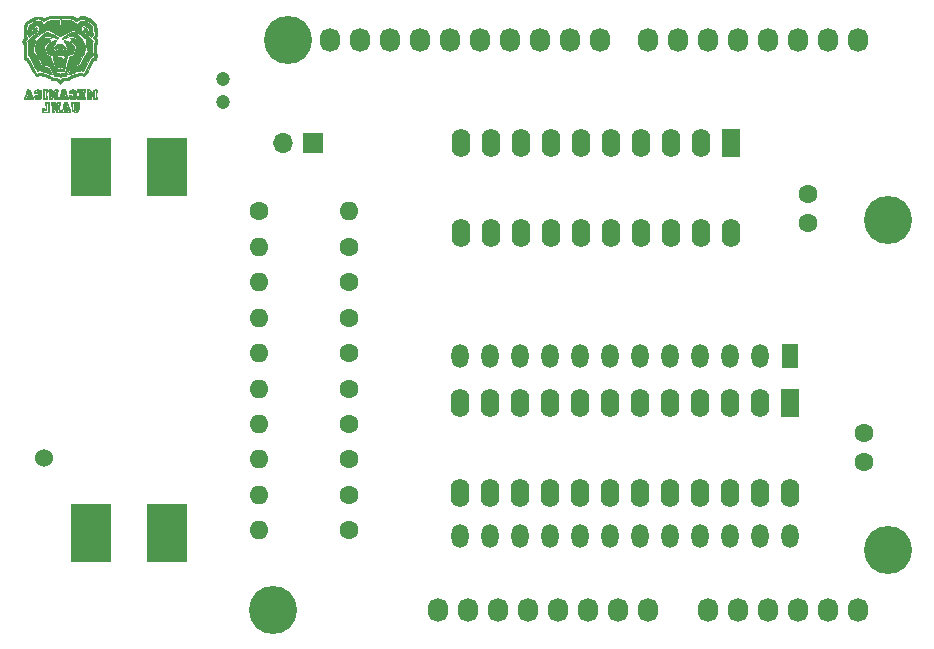
<source format=gbr>
%TF.GenerationSoftware,KiCad,Pcbnew,(5.1.10)-1*%
%TF.CreationDate,2021-11-16T12:00:15-06:00*%
%TF.ProjectId,GAL_Programmer,47414c5f-5072-46f6-9772-616d6d65722e,rev?*%
%TF.SameCoordinates,Original*%
%TF.FileFunction,Soldermask,Bot*%
%TF.FilePolarity,Negative*%
%FSLAX45Y45*%
G04 Gerber Fmt 4.5, Leading zero omitted, Abs format (unit mm)*
G04 Created by KiCad (PCBNEW (5.1.10)-1) date 2021-11-16 12:00:15*
%MOMM*%
%LPD*%
G01*
G04 APERTURE LIST*
%ADD10C,0.010000*%
%ADD11C,1.200000*%
%ADD12R,3.500000X5.000000*%
%ADD13C,1.524000*%
%ADD14O,1.727200X2.032000*%
%ADD15C,4.064000*%
%ADD16O,1.600000X1.600000*%
%ADD17C,1.600000*%
%ADD18R,1.600000X2.400000*%
%ADD19O,1.600000X2.400000*%
%ADD20R,1.700000X1.700000*%
%ADD21O,1.700000X1.700000*%
%ADD22R,1.440000X2.000000*%
%ADD23O,1.440000X2.000000*%
G04 APERTURE END LIST*
D10*
%TO.C,G\u002A\u002A\u002A*%
G36*
X10723728Y-7563734D02*
G01*
X10721650Y-7565608D01*
X10723177Y-7569586D01*
X10727292Y-7577676D01*
X10733299Y-7588554D01*
X10738039Y-7596748D01*
X10754428Y-7624594D01*
X10746188Y-7639115D01*
X10740797Y-7647319D01*
X10735924Y-7652584D01*
X10733768Y-7653637D01*
X10730932Y-7652892D01*
X10730494Y-7649821D01*
X10732585Y-7643169D01*
X10734654Y-7638093D01*
X10721219Y-7638093D01*
X10719618Y-7645818D01*
X10717840Y-7648240D01*
X10712631Y-7651174D01*
X10706742Y-7651953D01*
X10702932Y-7650391D01*
X10702600Y-7649264D01*
X10703710Y-7647162D01*
X10678390Y-7647162D01*
X10678265Y-7649926D01*
X10672479Y-7651962D01*
X10666037Y-7648550D01*
X10663444Y-7645495D01*
X10660343Y-7636201D01*
X10662985Y-7627078D01*
X10666565Y-7623078D01*
X10672051Y-7621086D01*
X10675671Y-7623568D01*
X10675721Y-7628654D01*
X10674087Y-7631337D01*
X10671719Y-7636045D01*
X10674167Y-7640889D01*
X10675181Y-7642048D01*
X10678390Y-7647162D01*
X10703710Y-7647162D01*
X10704775Y-7645146D01*
X10707497Y-7642413D01*
X10710497Y-7637833D01*
X10709085Y-7635039D01*
X10706420Y-7629970D01*
X10705955Y-7624172D01*
X10707763Y-7620537D01*
X10708723Y-7620300D01*
X10715023Y-7623041D01*
X10719438Y-7629737D01*
X10721219Y-7638093D01*
X10734654Y-7638093D01*
X10735661Y-7635624D01*
X10740583Y-7623960D01*
X10727068Y-7609032D01*
X10718819Y-7600537D01*
X10712055Y-7595779D01*
X10704414Y-7593441D01*
X10697490Y-7592562D01*
X10682083Y-7592884D01*
X10669042Y-7597635D01*
X10656687Y-7607550D01*
X10652266Y-7612317D01*
X10642265Y-7623708D01*
X10648620Y-7636165D01*
X10653388Y-7646518D01*
X10654664Y-7652506D01*
X10652539Y-7655004D01*
X10650589Y-7655225D01*
X10645498Y-7652627D01*
X10639437Y-7646182D01*
X10633861Y-7637909D01*
X10630226Y-7629828D01*
X10629581Y-7626068D01*
X10631172Y-7620217D01*
X10635433Y-7610634D01*
X10641608Y-7598935D01*
X10645325Y-7592546D01*
X10652520Y-7580473D01*
X10656747Y-7572747D01*
X10658331Y-7568288D01*
X10657593Y-7566010D01*
X10654857Y-7564832D01*
X10653683Y-7564528D01*
X10642123Y-7564439D01*
X10628173Y-7568595D01*
X10613292Y-7576189D01*
X10598941Y-7586418D01*
X10586580Y-7598474D01*
X10582324Y-7603899D01*
X10577871Y-7614212D01*
X10575791Y-7627893D01*
X10575937Y-7643031D01*
X10578161Y-7657711D01*
X10582315Y-7670019D01*
X10588029Y-7677866D01*
X10595123Y-7681550D01*
X10605188Y-7684538D01*
X10608785Y-7685199D01*
X10618433Y-7687386D01*
X10625704Y-7690337D01*
X10627301Y-7691504D01*
X10629227Y-7695820D01*
X10632075Y-7705313D01*
X10635574Y-7718926D01*
X10639450Y-7735599D01*
X10643381Y-7754022D01*
X10647241Y-7772781D01*
X10650759Y-7789644D01*
X10653705Y-7803524D01*
X10655847Y-7813333D01*
X10656944Y-7817944D01*
X10658483Y-7820524D01*
X10662061Y-7822168D01*
X10668864Y-7823077D01*
X10680080Y-7823450D01*
X10689927Y-7823500D01*
X10703351Y-7823274D01*
X10714198Y-7822665D01*
X10721036Y-7821778D01*
X10722642Y-7821119D01*
X10723707Y-7817417D01*
X10725877Y-7808485D01*
X10728927Y-7795303D01*
X10729241Y-7793904D01*
X10715300Y-7793904D01*
X10714903Y-7801059D01*
X10713977Y-7804714D01*
X10709979Y-7805741D01*
X10701967Y-7806169D01*
X10691860Y-7806073D01*
X10681573Y-7805531D01*
X10673026Y-7804619D01*
X10668135Y-7803414D01*
X10667632Y-7802862D01*
X10666832Y-7797516D01*
X10665574Y-7792163D01*
X10664501Y-7787130D01*
X10666118Y-7786562D01*
X10671674Y-7789954D01*
X10678521Y-7793176D01*
X10681951Y-7791768D01*
X10685295Y-7789954D01*
X10688287Y-7791728D01*
X10692279Y-7793386D01*
X10693957Y-7791089D01*
X10696131Y-7788610D01*
X10699620Y-7790913D01*
X10703886Y-7793025D01*
X10708887Y-7790208D01*
X10709542Y-7789627D01*
X10713564Y-7786512D01*
X10715077Y-7788053D01*
X10715300Y-7793904D01*
X10729241Y-7793904D01*
X10732630Y-7778849D01*
X10736762Y-7760102D01*
X10737476Y-7756825D01*
X10741802Y-7737623D01*
X10745963Y-7720412D01*
X10749688Y-7706210D01*
X10752232Y-7697643D01*
X10731175Y-7697643D01*
X10730127Y-7701151D01*
X10727398Y-7708813D01*
X10724143Y-7717485D01*
X10717112Y-7735860D01*
X10713343Y-7721736D01*
X10711109Y-7714316D01*
X10709601Y-7711083D01*
X10709262Y-7711581D01*
X10707389Y-7715318D01*
X10703996Y-7714251D01*
X10700943Y-7708981D01*
X10698974Y-7704448D01*
X10696525Y-7705701D01*
X10694890Y-7707839D01*
X10691593Y-7711485D01*
X10689497Y-7709591D01*
X10688505Y-7707264D01*
X10686518Y-7703454D01*
X10684757Y-7705007D01*
X10683172Y-7708844D01*
X10680700Y-7714040D01*
X10677840Y-7713975D01*
X10673965Y-7710733D01*
X10670075Y-7707564D01*
X10668212Y-7708100D01*
X10667570Y-7713365D01*
X10667440Y-7719027D01*
X10667204Y-7733012D01*
X10661325Y-7720312D01*
X10657605Y-7711129D01*
X10655422Y-7703549D01*
X10655211Y-7701894D01*
X10657927Y-7696487D01*
X10665638Y-7691848D01*
X10676992Y-7688512D01*
X10690637Y-7687010D01*
X10693075Y-7686975D01*
X10702991Y-7687771D01*
X10713601Y-7689814D01*
X10723046Y-7692582D01*
X10729465Y-7695554D01*
X10731175Y-7697643D01*
X10752232Y-7697643D01*
X10752708Y-7696039D01*
X10754754Y-7690918D01*
X10754954Y-7690656D01*
X10760112Y-7687761D01*
X10769289Y-7684689D01*
X10777583Y-7682719D01*
X10788699Y-7679718D01*
X10796459Y-7675127D01*
X10801544Y-7667836D01*
X10804636Y-7656739D01*
X10806414Y-7640725D01*
X10806769Y-7635201D01*
X10808212Y-7610414D01*
X10792530Y-7595299D01*
X10781761Y-7586047D01*
X10769976Y-7577611D01*
X10761895Y-7572945D01*
X10750931Y-7568449D01*
X10739887Y-7565228D01*
X10730305Y-7563562D01*
X10723728Y-7563734D01*
G37*
X10723728Y-7563734D02*
X10721650Y-7565608D01*
X10723177Y-7569586D01*
X10727292Y-7577676D01*
X10733299Y-7588554D01*
X10738039Y-7596748D01*
X10754428Y-7624594D01*
X10746188Y-7639115D01*
X10740797Y-7647319D01*
X10735924Y-7652584D01*
X10733768Y-7653637D01*
X10730932Y-7652892D01*
X10730494Y-7649821D01*
X10732585Y-7643169D01*
X10734654Y-7638093D01*
X10721219Y-7638093D01*
X10719618Y-7645818D01*
X10717840Y-7648240D01*
X10712631Y-7651174D01*
X10706742Y-7651953D01*
X10702932Y-7650391D01*
X10702600Y-7649264D01*
X10703710Y-7647162D01*
X10678390Y-7647162D01*
X10678265Y-7649926D01*
X10672479Y-7651962D01*
X10666037Y-7648550D01*
X10663444Y-7645495D01*
X10660343Y-7636201D01*
X10662985Y-7627078D01*
X10666565Y-7623078D01*
X10672051Y-7621086D01*
X10675671Y-7623568D01*
X10675721Y-7628654D01*
X10674087Y-7631337D01*
X10671719Y-7636045D01*
X10674167Y-7640889D01*
X10675181Y-7642048D01*
X10678390Y-7647162D01*
X10703710Y-7647162D01*
X10704775Y-7645146D01*
X10707497Y-7642413D01*
X10710497Y-7637833D01*
X10709085Y-7635039D01*
X10706420Y-7629970D01*
X10705955Y-7624172D01*
X10707763Y-7620537D01*
X10708723Y-7620300D01*
X10715023Y-7623041D01*
X10719438Y-7629737D01*
X10721219Y-7638093D01*
X10734654Y-7638093D01*
X10735661Y-7635624D01*
X10740583Y-7623960D01*
X10727068Y-7609032D01*
X10718819Y-7600537D01*
X10712055Y-7595779D01*
X10704414Y-7593441D01*
X10697490Y-7592562D01*
X10682083Y-7592884D01*
X10669042Y-7597635D01*
X10656687Y-7607550D01*
X10652266Y-7612317D01*
X10642265Y-7623708D01*
X10648620Y-7636165D01*
X10653388Y-7646518D01*
X10654664Y-7652506D01*
X10652539Y-7655004D01*
X10650589Y-7655225D01*
X10645498Y-7652627D01*
X10639437Y-7646182D01*
X10633861Y-7637909D01*
X10630226Y-7629828D01*
X10629581Y-7626068D01*
X10631172Y-7620217D01*
X10635433Y-7610634D01*
X10641608Y-7598935D01*
X10645325Y-7592546D01*
X10652520Y-7580473D01*
X10656747Y-7572747D01*
X10658331Y-7568288D01*
X10657593Y-7566010D01*
X10654857Y-7564832D01*
X10653683Y-7564528D01*
X10642123Y-7564439D01*
X10628173Y-7568595D01*
X10613292Y-7576189D01*
X10598941Y-7586418D01*
X10586580Y-7598474D01*
X10582324Y-7603899D01*
X10577871Y-7614212D01*
X10575791Y-7627893D01*
X10575937Y-7643031D01*
X10578161Y-7657711D01*
X10582315Y-7670019D01*
X10588029Y-7677866D01*
X10595123Y-7681550D01*
X10605188Y-7684538D01*
X10608785Y-7685199D01*
X10618433Y-7687386D01*
X10625704Y-7690337D01*
X10627301Y-7691504D01*
X10629227Y-7695820D01*
X10632075Y-7705313D01*
X10635574Y-7718926D01*
X10639450Y-7735599D01*
X10643381Y-7754022D01*
X10647241Y-7772781D01*
X10650759Y-7789644D01*
X10653705Y-7803524D01*
X10655847Y-7813333D01*
X10656944Y-7817944D01*
X10658483Y-7820524D01*
X10662061Y-7822168D01*
X10668864Y-7823077D01*
X10680080Y-7823450D01*
X10689927Y-7823500D01*
X10703351Y-7823274D01*
X10714198Y-7822665D01*
X10721036Y-7821778D01*
X10722642Y-7821119D01*
X10723707Y-7817417D01*
X10725877Y-7808485D01*
X10728927Y-7795303D01*
X10729241Y-7793904D01*
X10715300Y-7793904D01*
X10714903Y-7801059D01*
X10713977Y-7804714D01*
X10709979Y-7805741D01*
X10701967Y-7806169D01*
X10691860Y-7806073D01*
X10681573Y-7805531D01*
X10673026Y-7804619D01*
X10668135Y-7803414D01*
X10667632Y-7802862D01*
X10666832Y-7797516D01*
X10665574Y-7792163D01*
X10664501Y-7787130D01*
X10666118Y-7786562D01*
X10671674Y-7789954D01*
X10678521Y-7793176D01*
X10681951Y-7791768D01*
X10685295Y-7789954D01*
X10688287Y-7791728D01*
X10692279Y-7793386D01*
X10693957Y-7791089D01*
X10696131Y-7788610D01*
X10699620Y-7790913D01*
X10703886Y-7793025D01*
X10708887Y-7790208D01*
X10709542Y-7789627D01*
X10713564Y-7786512D01*
X10715077Y-7788053D01*
X10715300Y-7793904D01*
X10729241Y-7793904D01*
X10732630Y-7778849D01*
X10736762Y-7760102D01*
X10737476Y-7756825D01*
X10741802Y-7737623D01*
X10745963Y-7720412D01*
X10749688Y-7706210D01*
X10752232Y-7697643D01*
X10731175Y-7697643D01*
X10730127Y-7701151D01*
X10727398Y-7708813D01*
X10724143Y-7717485D01*
X10717112Y-7735860D01*
X10713343Y-7721736D01*
X10711109Y-7714316D01*
X10709601Y-7711083D01*
X10709262Y-7711581D01*
X10707389Y-7715318D01*
X10703996Y-7714251D01*
X10700943Y-7708981D01*
X10698974Y-7704448D01*
X10696525Y-7705701D01*
X10694890Y-7707839D01*
X10691593Y-7711485D01*
X10689497Y-7709591D01*
X10688505Y-7707264D01*
X10686518Y-7703454D01*
X10684757Y-7705007D01*
X10683172Y-7708844D01*
X10680700Y-7714040D01*
X10677840Y-7713975D01*
X10673965Y-7710733D01*
X10670075Y-7707564D01*
X10668212Y-7708100D01*
X10667570Y-7713365D01*
X10667440Y-7719027D01*
X10667204Y-7733012D01*
X10661325Y-7720312D01*
X10657605Y-7711129D01*
X10655422Y-7703549D01*
X10655211Y-7701894D01*
X10657927Y-7696487D01*
X10665638Y-7691848D01*
X10676992Y-7688512D01*
X10690637Y-7687010D01*
X10693075Y-7686975D01*
X10702991Y-7687771D01*
X10713601Y-7689814D01*
X10723046Y-7692582D01*
X10729465Y-7695554D01*
X10731175Y-7697643D01*
X10752232Y-7697643D01*
X10752708Y-7696039D01*
X10754754Y-7690918D01*
X10754954Y-7690656D01*
X10760112Y-7687761D01*
X10769289Y-7684689D01*
X10777583Y-7682719D01*
X10788699Y-7679718D01*
X10796459Y-7675127D01*
X10801544Y-7667836D01*
X10804636Y-7656739D01*
X10806414Y-7640725D01*
X10806769Y-7635201D01*
X10808212Y-7610414D01*
X10792530Y-7595299D01*
X10781761Y-7586047D01*
X10769976Y-7577611D01*
X10761895Y-7572945D01*
X10750931Y-7568449D01*
X10739887Y-7565228D01*
X10730305Y-7563562D01*
X10723728Y-7563734D01*
G36*
X10711967Y-7391164D02*
G01*
X10705732Y-7392452D01*
X10702805Y-7394566D01*
X10702796Y-7394581D01*
X10701282Y-7399657D01*
X10699664Y-7409292D01*
X10698221Y-7421707D01*
X10697813Y-7426331D01*
X10696070Y-7446430D01*
X10694544Y-7460321D01*
X10693148Y-7468137D01*
X10691794Y-7470012D01*
X10690394Y-7466079D01*
X10688860Y-7456474D01*
X10687231Y-7442500D01*
X10685251Y-7423266D01*
X10683656Y-7409456D01*
X10681831Y-7400222D01*
X10679160Y-7394717D01*
X10675028Y-7392094D01*
X10668818Y-7391507D01*
X10659917Y-7392107D01*
X10651136Y-7392825D01*
X10635725Y-7393780D01*
X10620423Y-7394498D01*
X10607963Y-7394856D01*
X10605398Y-7394875D01*
X10595869Y-7395283D01*
X10588520Y-7397134D01*
X10581081Y-7401370D01*
X10571285Y-7408935D01*
X10571006Y-7409162D01*
X10562118Y-7416196D01*
X10555189Y-7421297D01*
X10551623Y-7423437D01*
X10551526Y-7423450D01*
X10548295Y-7421512D01*
X10541877Y-7416481D01*
X10535246Y-7410826D01*
X10520493Y-7400584D01*
X10505423Y-7395957D01*
X10489358Y-7396958D01*
X10471624Y-7403603D01*
X10456538Y-7412485D01*
X10442674Y-7422274D01*
X10432597Y-7431323D01*
X10425570Y-7441020D01*
X10420857Y-7452753D01*
X10417721Y-7467912D01*
X10415424Y-7487883D01*
X10415197Y-7490368D01*
X10414236Y-7502845D01*
X10414327Y-7510897D01*
X10415795Y-7516406D01*
X10418963Y-7521254D01*
X10420926Y-7523600D01*
X10428819Y-7532777D01*
X10439504Y-7524129D01*
X10446904Y-7518322D01*
X10457584Y-7510170D01*
X10469698Y-7501075D01*
X10474838Y-7497261D01*
X10486074Y-7488861D01*
X10492796Y-7483388D01*
X10495637Y-7480052D01*
X10495228Y-7478059D01*
X10492203Y-7476617D01*
X10491507Y-7476381D01*
X10485112Y-7473400D01*
X10484164Y-7469477D01*
X10488187Y-7462950D01*
X10492111Y-7456002D01*
X10491586Y-7452301D01*
X10487615Y-7451845D01*
X10481203Y-7454631D01*
X10473354Y-7460654D01*
X10470951Y-7463007D01*
X10464698Y-7469998D01*
X10462551Y-7474496D01*
X10463841Y-7478192D01*
X10464568Y-7479124D01*
X10467197Y-7483653D01*
X10464857Y-7486761D01*
X10464271Y-7487143D01*
X10459141Y-7489702D01*
X10457558Y-7490076D01*
X10453538Y-7487930D01*
X10448677Y-7483170D01*
X10445606Y-7478501D01*
X10445425Y-7477602D01*
X10447722Y-7473762D01*
X10453786Y-7467120D01*
X10462375Y-7458780D01*
X10472249Y-7449845D01*
X10482167Y-7441418D01*
X10490887Y-7434602D01*
X10497170Y-7430500D01*
X10499196Y-7429800D01*
X10503076Y-7430546D01*
X10505794Y-7433544D01*
X10507777Y-7439929D01*
X10509448Y-7450839D01*
X10510471Y-7459962D01*
X10511298Y-7469750D01*
X10510857Y-7477093D01*
X10508372Y-7483236D01*
X10503064Y-7489428D01*
X10494155Y-7496916D01*
X10481427Y-7506530D01*
X10469194Y-7515980D01*
X10456111Y-7526654D01*
X10443112Y-7537717D01*
X10431130Y-7548340D01*
X10421099Y-7557689D01*
X10413954Y-7564933D01*
X10410627Y-7569240D01*
X10410500Y-7569724D01*
X10413050Y-7572396D01*
X10414923Y-7572675D01*
X10417926Y-7573293D01*
X10419902Y-7575765D01*
X10420949Y-7581022D01*
X10421164Y-7589991D01*
X10420645Y-7603603D01*
X10419751Y-7618712D01*
X10418337Y-7641793D01*
X10417431Y-7659273D01*
X10417064Y-7671883D01*
X10417267Y-7680355D01*
X10418068Y-7685419D01*
X10419499Y-7687808D01*
X10421589Y-7688251D01*
X10422600Y-7688052D01*
X10424840Y-7688423D01*
X10427681Y-7691008D01*
X10431467Y-7696405D01*
X10436544Y-7705208D01*
X10443257Y-7718016D01*
X10451951Y-7735423D01*
X10462451Y-7756956D01*
X10473055Y-7778781D01*
X10481297Y-7795487D01*
X10487549Y-7807685D01*
X10492183Y-7815986D01*
X10495570Y-7821001D01*
X10498084Y-7823343D01*
X10500096Y-7823622D01*
X10501978Y-7822450D01*
X10502195Y-7822256D01*
X10509224Y-7818164D01*
X10514046Y-7817150D01*
X10519017Y-7818126D01*
X10528861Y-7820829D01*
X10542443Y-7824921D01*
X10558632Y-7830062D01*
X10571740Y-7834383D01*
X10588578Y-7839961D01*
X10603107Y-7844663D01*
X10614355Y-7848183D01*
X10621348Y-7850216D01*
X10623225Y-7850563D01*
X10621942Y-7847436D01*
X10618496Y-7839898D01*
X10613490Y-7829256D01*
X10610182Y-7822327D01*
X10597139Y-7795144D01*
X10566918Y-7785320D01*
X10553116Y-7780585D01*
X10540885Y-7775944D01*
X10531980Y-7772083D01*
X10529097Y-7770515D01*
X10524924Y-7765922D01*
X10518533Y-7756512D01*
X10510476Y-7743184D01*
X10501306Y-7726833D01*
X10495690Y-7716310D01*
X10485001Y-7696492D01*
X10476131Y-7681237D01*
X10469315Y-7670924D01*
X10464789Y-7665930D01*
X10464005Y-7665547D01*
X10459112Y-7662886D01*
X10458125Y-7660921D01*
X10458805Y-7656904D01*
X10460635Y-7648088D01*
X10463303Y-7635852D01*
X10466495Y-7621578D01*
X10469898Y-7606643D01*
X10473198Y-7592428D01*
X10476083Y-7580313D01*
X10478238Y-7571678D01*
X10479062Y-7568706D01*
X10478744Y-7564229D01*
X10474401Y-7563150D01*
X10468377Y-7562212D01*
X10467063Y-7559167D01*
X10470646Y-7553667D01*
X10479310Y-7545363D01*
X10487453Y-7538541D01*
X10512394Y-7518560D01*
X10533067Y-7502640D01*
X10549857Y-7490523D01*
X10563150Y-7481947D01*
X10573330Y-7476653D01*
X10580781Y-7474381D01*
X10582606Y-7474250D01*
X10590039Y-7475594D01*
X10601511Y-7479745D01*
X10617440Y-7486877D01*
X10638244Y-7497168D01*
X10643281Y-7499751D01*
X10692746Y-7525252D01*
X10743673Y-7499751D01*
X10760591Y-7491487D01*
X10776012Y-7484341D01*
X10788864Y-7478779D01*
X10798070Y-7475269D01*
X10802242Y-7474250D01*
X10808183Y-7476188D01*
X10817959Y-7481520D01*
X10830572Y-7489523D01*
X10845021Y-7499473D01*
X10860308Y-7510646D01*
X10875435Y-7522320D01*
X10889401Y-7533770D01*
X10901208Y-7544274D01*
X10907388Y-7550393D01*
X10913111Y-7556783D01*
X10914801Y-7560488D01*
X10912916Y-7563310D01*
X10911055Y-7564750D01*
X10908802Y-7566729D01*
X10907526Y-7569382D01*
X10907315Y-7573758D01*
X10908254Y-7580909D01*
X10910433Y-7591884D01*
X10913937Y-7607733D01*
X10915024Y-7612549D01*
X10919426Y-7632304D01*
X10922415Y-7646679D01*
X10924054Y-7656470D01*
X10924407Y-7662473D01*
X10923537Y-7665484D01*
X10921507Y-7666299D01*
X10919294Y-7665955D01*
X10916725Y-7666561D01*
X10913296Y-7669916D01*
X10908612Y-7676635D01*
X10902279Y-7687331D01*
X10893903Y-7702621D01*
X10885163Y-7719151D01*
X10856588Y-7773723D01*
X10821663Y-7783831D01*
X10786738Y-7793939D01*
X10773453Y-7820625D01*
X10767649Y-7832482D01*
X10763083Y-7842182D01*
X10760399Y-7848340D01*
X10759959Y-7849694D01*
X10760482Y-7851177D01*
X10762909Y-7851484D01*
X10768003Y-7850393D01*
X10776526Y-7847683D01*
X10789240Y-7843131D01*
X10806906Y-7836517D01*
X10812138Y-7834534D01*
X10833066Y-7826823D01*
X10849051Y-7821568D01*
X10860937Y-7818610D01*
X10869567Y-7817793D01*
X10875786Y-7818959D01*
X10880269Y-7821794D01*
X10882123Y-7822832D01*
X10884251Y-7822196D01*
X10887033Y-7819272D01*
X10890851Y-7813442D01*
X10896085Y-7804091D01*
X10903117Y-7790603D01*
X10912328Y-7772363D01*
X10918559Y-7759882D01*
X10929372Y-7738330D01*
X10937848Y-7721868D01*
X10944375Y-7709851D01*
X10949344Y-7701633D01*
X10953143Y-7696569D01*
X10956162Y-7694015D01*
X10958734Y-7693325D01*
X10964848Y-7692376D01*
X10967052Y-7690944D01*
X10967186Y-7687165D01*
X10966755Y-7678297D01*
X10965861Y-7665566D01*
X10964610Y-7650199D01*
X10963104Y-7633421D01*
X10961449Y-7616457D01*
X10959748Y-7600534D01*
X10958461Y-7589662D01*
X10957787Y-7581205D01*
X10959162Y-7576945D01*
X10963456Y-7574838D01*
X10964939Y-7574445D01*
X10970477Y-7572428D01*
X10970672Y-7569349D01*
X10968804Y-7566438D01*
X10965092Y-7562529D01*
X10957377Y-7555303D01*
X10946516Y-7545530D01*
X10933363Y-7533981D01*
X10919685Y-7522203D01*
X10905241Y-7509588D01*
X10892534Y-7497935D01*
X10882366Y-7488026D01*
X10875542Y-7480642D01*
X10872897Y-7476711D01*
X10870939Y-7463719D01*
X10871584Y-7451037D01*
X10874441Y-7440160D01*
X10879123Y-7432583D01*
X10885118Y-7429800D01*
X10889444Y-7431835D01*
X10896964Y-7437174D01*
X10906343Y-7444670D01*
X10916246Y-7453176D01*
X10925339Y-7461544D01*
X10932288Y-7468626D01*
X10935757Y-7473276D01*
X10935797Y-7473375D01*
X10935213Y-7479394D01*
X10930917Y-7485679D01*
X10924907Y-7489708D01*
X10922518Y-7490125D01*
X10919561Y-7488390D01*
X10919723Y-7482369D01*
X10920049Y-7480775D01*
X10920677Y-7474781D01*
X10918626Y-7470064D01*
X10912773Y-7464739D01*
X10908713Y-7461725D01*
X10898016Y-7454677D01*
X10891642Y-7452137D01*
X10889641Y-7454099D01*
X10892064Y-7460559D01*
X10893459Y-7463033D01*
X10897567Y-7471998D01*
X10897693Y-7477537D01*
X10894023Y-7478941D01*
X10889732Y-7477322D01*
X10884865Y-7475653D01*
X10883578Y-7478107D01*
X10886148Y-7481764D01*
X10892785Y-7486973D01*
X10899513Y-7491135D01*
X10910227Y-7497801D01*
X10923001Y-7506674D01*
X10935067Y-7515831D01*
X10954689Y-7531579D01*
X10969165Y-7517103D01*
X10964763Y-7479008D01*
X10960362Y-7440912D01*
X10943545Y-7425792D01*
X10922955Y-7409615D01*
X10903845Y-7399542D01*
X10886020Y-7395554D01*
X10869283Y-7397631D01*
X10853439Y-7405753D01*
X10842436Y-7415372D01*
X10832039Y-7426099D01*
X10814985Y-7412207D01*
X10803420Y-7403730D01*
X10791970Y-7397772D01*
X10779103Y-7393903D01*
X10763286Y-7391691D01*
X10742989Y-7390703D01*
X10738391Y-7390617D01*
X10722518Y-7390590D01*
X10711967Y-7391164D01*
G37*
X10711967Y-7391164D02*
X10705732Y-7392452D01*
X10702805Y-7394566D01*
X10702796Y-7394581D01*
X10701282Y-7399657D01*
X10699664Y-7409292D01*
X10698221Y-7421707D01*
X10697813Y-7426331D01*
X10696070Y-7446430D01*
X10694544Y-7460321D01*
X10693148Y-7468137D01*
X10691794Y-7470012D01*
X10690394Y-7466079D01*
X10688860Y-7456474D01*
X10687231Y-7442500D01*
X10685251Y-7423266D01*
X10683656Y-7409456D01*
X10681831Y-7400222D01*
X10679160Y-7394717D01*
X10675028Y-7392094D01*
X10668818Y-7391507D01*
X10659917Y-7392107D01*
X10651136Y-7392825D01*
X10635725Y-7393780D01*
X10620423Y-7394498D01*
X10607963Y-7394856D01*
X10605398Y-7394875D01*
X10595869Y-7395283D01*
X10588520Y-7397134D01*
X10581081Y-7401370D01*
X10571285Y-7408935D01*
X10571006Y-7409162D01*
X10562118Y-7416196D01*
X10555189Y-7421297D01*
X10551623Y-7423437D01*
X10551526Y-7423450D01*
X10548295Y-7421512D01*
X10541877Y-7416481D01*
X10535246Y-7410826D01*
X10520493Y-7400584D01*
X10505423Y-7395957D01*
X10489358Y-7396958D01*
X10471624Y-7403603D01*
X10456538Y-7412485D01*
X10442674Y-7422274D01*
X10432597Y-7431323D01*
X10425570Y-7441020D01*
X10420857Y-7452753D01*
X10417721Y-7467912D01*
X10415424Y-7487883D01*
X10415197Y-7490368D01*
X10414236Y-7502845D01*
X10414327Y-7510897D01*
X10415795Y-7516406D01*
X10418963Y-7521254D01*
X10420926Y-7523600D01*
X10428819Y-7532777D01*
X10439504Y-7524129D01*
X10446904Y-7518322D01*
X10457584Y-7510170D01*
X10469698Y-7501075D01*
X10474838Y-7497261D01*
X10486074Y-7488861D01*
X10492796Y-7483388D01*
X10495637Y-7480052D01*
X10495228Y-7478059D01*
X10492203Y-7476617D01*
X10491507Y-7476381D01*
X10485112Y-7473400D01*
X10484164Y-7469477D01*
X10488187Y-7462950D01*
X10492111Y-7456002D01*
X10491586Y-7452301D01*
X10487615Y-7451845D01*
X10481203Y-7454631D01*
X10473354Y-7460654D01*
X10470951Y-7463007D01*
X10464698Y-7469998D01*
X10462551Y-7474496D01*
X10463841Y-7478192D01*
X10464568Y-7479124D01*
X10467197Y-7483653D01*
X10464857Y-7486761D01*
X10464271Y-7487143D01*
X10459141Y-7489702D01*
X10457558Y-7490076D01*
X10453538Y-7487930D01*
X10448677Y-7483170D01*
X10445606Y-7478501D01*
X10445425Y-7477602D01*
X10447722Y-7473762D01*
X10453786Y-7467120D01*
X10462375Y-7458780D01*
X10472249Y-7449845D01*
X10482167Y-7441418D01*
X10490887Y-7434602D01*
X10497170Y-7430500D01*
X10499196Y-7429800D01*
X10503076Y-7430546D01*
X10505794Y-7433544D01*
X10507777Y-7439929D01*
X10509448Y-7450839D01*
X10510471Y-7459962D01*
X10511298Y-7469750D01*
X10510857Y-7477093D01*
X10508372Y-7483236D01*
X10503064Y-7489428D01*
X10494155Y-7496916D01*
X10481427Y-7506530D01*
X10469194Y-7515980D01*
X10456111Y-7526654D01*
X10443112Y-7537717D01*
X10431130Y-7548340D01*
X10421099Y-7557689D01*
X10413954Y-7564933D01*
X10410627Y-7569240D01*
X10410500Y-7569724D01*
X10413050Y-7572396D01*
X10414923Y-7572675D01*
X10417926Y-7573293D01*
X10419902Y-7575765D01*
X10420949Y-7581022D01*
X10421164Y-7589991D01*
X10420645Y-7603603D01*
X10419751Y-7618712D01*
X10418337Y-7641793D01*
X10417431Y-7659273D01*
X10417064Y-7671883D01*
X10417267Y-7680355D01*
X10418068Y-7685419D01*
X10419499Y-7687808D01*
X10421589Y-7688251D01*
X10422600Y-7688052D01*
X10424840Y-7688423D01*
X10427681Y-7691008D01*
X10431467Y-7696405D01*
X10436544Y-7705208D01*
X10443257Y-7718016D01*
X10451951Y-7735423D01*
X10462451Y-7756956D01*
X10473055Y-7778781D01*
X10481297Y-7795487D01*
X10487549Y-7807685D01*
X10492183Y-7815986D01*
X10495570Y-7821001D01*
X10498084Y-7823343D01*
X10500096Y-7823622D01*
X10501978Y-7822450D01*
X10502195Y-7822256D01*
X10509224Y-7818164D01*
X10514046Y-7817150D01*
X10519017Y-7818126D01*
X10528861Y-7820829D01*
X10542443Y-7824921D01*
X10558632Y-7830062D01*
X10571740Y-7834383D01*
X10588578Y-7839961D01*
X10603107Y-7844663D01*
X10614355Y-7848183D01*
X10621348Y-7850216D01*
X10623225Y-7850563D01*
X10621942Y-7847436D01*
X10618496Y-7839898D01*
X10613490Y-7829256D01*
X10610182Y-7822327D01*
X10597139Y-7795144D01*
X10566918Y-7785320D01*
X10553116Y-7780585D01*
X10540885Y-7775944D01*
X10531980Y-7772083D01*
X10529097Y-7770515D01*
X10524924Y-7765922D01*
X10518533Y-7756512D01*
X10510476Y-7743184D01*
X10501306Y-7726833D01*
X10495690Y-7716310D01*
X10485001Y-7696492D01*
X10476131Y-7681237D01*
X10469315Y-7670924D01*
X10464789Y-7665930D01*
X10464005Y-7665547D01*
X10459112Y-7662886D01*
X10458125Y-7660921D01*
X10458805Y-7656904D01*
X10460635Y-7648088D01*
X10463303Y-7635852D01*
X10466495Y-7621578D01*
X10469898Y-7606643D01*
X10473198Y-7592428D01*
X10476083Y-7580313D01*
X10478238Y-7571678D01*
X10479062Y-7568706D01*
X10478744Y-7564229D01*
X10474401Y-7563150D01*
X10468377Y-7562212D01*
X10467063Y-7559167D01*
X10470646Y-7553667D01*
X10479310Y-7545363D01*
X10487453Y-7538541D01*
X10512394Y-7518560D01*
X10533067Y-7502640D01*
X10549857Y-7490523D01*
X10563150Y-7481947D01*
X10573330Y-7476653D01*
X10580781Y-7474381D01*
X10582606Y-7474250D01*
X10590039Y-7475594D01*
X10601511Y-7479745D01*
X10617440Y-7486877D01*
X10638244Y-7497168D01*
X10643281Y-7499751D01*
X10692746Y-7525252D01*
X10743673Y-7499751D01*
X10760591Y-7491487D01*
X10776012Y-7484341D01*
X10788864Y-7478779D01*
X10798070Y-7475269D01*
X10802242Y-7474250D01*
X10808183Y-7476188D01*
X10817959Y-7481520D01*
X10830572Y-7489523D01*
X10845021Y-7499473D01*
X10860308Y-7510646D01*
X10875435Y-7522320D01*
X10889401Y-7533770D01*
X10901208Y-7544274D01*
X10907388Y-7550393D01*
X10913111Y-7556783D01*
X10914801Y-7560488D01*
X10912916Y-7563310D01*
X10911055Y-7564750D01*
X10908802Y-7566729D01*
X10907526Y-7569382D01*
X10907315Y-7573758D01*
X10908254Y-7580909D01*
X10910433Y-7591884D01*
X10913937Y-7607733D01*
X10915024Y-7612549D01*
X10919426Y-7632304D01*
X10922415Y-7646679D01*
X10924054Y-7656470D01*
X10924407Y-7662473D01*
X10923537Y-7665484D01*
X10921507Y-7666299D01*
X10919294Y-7665955D01*
X10916725Y-7666561D01*
X10913296Y-7669916D01*
X10908612Y-7676635D01*
X10902279Y-7687331D01*
X10893903Y-7702621D01*
X10885163Y-7719151D01*
X10856588Y-7773723D01*
X10821663Y-7783831D01*
X10786738Y-7793939D01*
X10773453Y-7820625D01*
X10767649Y-7832482D01*
X10763083Y-7842182D01*
X10760399Y-7848340D01*
X10759959Y-7849694D01*
X10760482Y-7851177D01*
X10762909Y-7851484D01*
X10768003Y-7850393D01*
X10776526Y-7847683D01*
X10789240Y-7843131D01*
X10806906Y-7836517D01*
X10812138Y-7834534D01*
X10833066Y-7826823D01*
X10849051Y-7821568D01*
X10860937Y-7818610D01*
X10869567Y-7817793D01*
X10875786Y-7818959D01*
X10880269Y-7821794D01*
X10882123Y-7822832D01*
X10884251Y-7822196D01*
X10887033Y-7819272D01*
X10890851Y-7813442D01*
X10896085Y-7804091D01*
X10903117Y-7790603D01*
X10912328Y-7772363D01*
X10918559Y-7759882D01*
X10929372Y-7738330D01*
X10937848Y-7721868D01*
X10944375Y-7709851D01*
X10949344Y-7701633D01*
X10953143Y-7696569D01*
X10956162Y-7694015D01*
X10958734Y-7693325D01*
X10964848Y-7692376D01*
X10967052Y-7690944D01*
X10967186Y-7687165D01*
X10966755Y-7678297D01*
X10965861Y-7665566D01*
X10964610Y-7650199D01*
X10963104Y-7633421D01*
X10961449Y-7616457D01*
X10959748Y-7600534D01*
X10958461Y-7589662D01*
X10957787Y-7581205D01*
X10959162Y-7576945D01*
X10963456Y-7574838D01*
X10964939Y-7574445D01*
X10970477Y-7572428D01*
X10970672Y-7569349D01*
X10968804Y-7566438D01*
X10965092Y-7562529D01*
X10957377Y-7555303D01*
X10946516Y-7545530D01*
X10933363Y-7533981D01*
X10919685Y-7522203D01*
X10905241Y-7509588D01*
X10892534Y-7497935D01*
X10882366Y-7488026D01*
X10875542Y-7480642D01*
X10872897Y-7476711D01*
X10870939Y-7463719D01*
X10871584Y-7451037D01*
X10874441Y-7440160D01*
X10879123Y-7432583D01*
X10885118Y-7429800D01*
X10889444Y-7431835D01*
X10896964Y-7437174D01*
X10906343Y-7444670D01*
X10916246Y-7453176D01*
X10925339Y-7461544D01*
X10932288Y-7468626D01*
X10935757Y-7473276D01*
X10935797Y-7473375D01*
X10935213Y-7479394D01*
X10930917Y-7485679D01*
X10924907Y-7489708D01*
X10922518Y-7490125D01*
X10919561Y-7488390D01*
X10919723Y-7482369D01*
X10920049Y-7480775D01*
X10920677Y-7474781D01*
X10918626Y-7470064D01*
X10912773Y-7464739D01*
X10908713Y-7461725D01*
X10898016Y-7454677D01*
X10891642Y-7452137D01*
X10889641Y-7454099D01*
X10892064Y-7460559D01*
X10893459Y-7463033D01*
X10897567Y-7471998D01*
X10897693Y-7477537D01*
X10894023Y-7478941D01*
X10889732Y-7477322D01*
X10884865Y-7475653D01*
X10883578Y-7478107D01*
X10886148Y-7481764D01*
X10892785Y-7486973D01*
X10899513Y-7491135D01*
X10910227Y-7497801D01*
X10923001Y-7506674D01*
X10935067Y-7515831D01*
X10954689Y-7531579D01*
X10969165Y-7517103D01*
X10964763Y-7479008D01*
X10960362Y-7440912D01*
X10943545Y-7425792D01*
X10922955Y-7409615D01*
X10903845Y-7399542D01*
X10886020Y-7395554D01*
X10869283Y-7397631D01*
X10853439Y-7405753D01*
X10842436Y-7415372D01*
X10832039Y-7426099D01*
X10814985Y-7412207D01*
X10803420Y-7403730D01*
X10791970Y-7397772D01*
X10779103Y-7393903D01*
X10763286Y-7391691D01*
X10742989Y-7390703D01*
X10738391Y-7390617D01*
X10722518Y-7390590D01*
X10711967Y-7391164D01*
G36*
X10574079Y-7494224D02*
G01*
X10567164Y-7497511D01*
X10558052Y-7503749D01*
X10545730Y-7513571D01*
X10540867Y-7517639D01*
X10522439Y-7534128D01*
X10508620Y-7548974D01*
X10498414Y-7563522D01*
X10490829Y-7579121D01*
X10486624Y-7591131D01*
X10482168Y-7609346D01*
X10480679Y-7626728D01*
X10482381Y-7644363D01*
X10487494Y-7663336D01*
X10496242Y-7684732D01*
X10508846Y-7709638D01*
X10512065Y-7715526D01*
X10519487Y-7729225D01*
X10525856Y-7741464D01*
X10530467Y-7750861D01*
X10532571Y-7755869D01*
X10536398Y-7762069D01*
X10540044Y-7764390D01*
X10545231Y-7765923D01*
X10554941Y-7768835D01*
X10567621Y-7772661D01*
X10577375Y-7775614D01*
X10609313Y-7785299D01*
X10640271Y-7861600D01*
X10658307Y-7861600D01*
X10671608Y-7862511D01*
X10680842Y-7865580D01*
X10684416Y-7867950D01*
X10690485Y-7872336D01*
X10694167Y-7874293D01*
X10694258Y-7874300D01*
X10696954Y-7871861D01*
X10699425Y-7867950D01*
X10702380Y-7864364D01*
X10707479Y-7862423D01*
X10716400Y-7861672D01*
X10722781Y-7861600D01*
X10742738Y-7861600D01*
X10758287Y-7823837D01*
X10773837Y-7786075D01*
X10810450Y-7774323D01*
X10847063Y-7762571D01*
X10871701Y-7712867D01*
X10883219Y-7688885D01*
X10891699Y-7669261D01*
X10897444Y-7652953D01*
X10900758Y-7638920D01*
X10901945Y-7626119D01*
X10901309Y-7613511D01*
X10901132Y-7612020D01*
X10897002Y-7594792D01*
X10889211Y-7576388D01*
X10878541Y-7557752D01*
X10865774Y-7539828D01*
X10851691Y-7523562D01*
X10837075Y-7509896D01*
X10822706Y-7499775D01*
X10809367Y-7494144D01*
X10802862Y-7493302D01*
X10792392Y-7495297D01*
X10776990Y-7501271D01*
X10756668Y-7511222D01*
X10731436Y-7525142D01*
X10730696Y-7525568D01*
X10719125Y-7532381D01*
X10712234Y-7537062D01*
X10709124Y-7540510D01*
X10708896Y-7543628D01*
X10710058Y-7546261D01*
X10711924Y-7549231D01*
X10714290Y-7550593D01*
X10718357Y-7550116D01*
X10725324Y-7547569D01*
X10736390Y-7542722D01*
X10742288Y-7540062D01*
X10765868Y-7530639D01*
X10785649Y-7525824D01*
X10802474Y-7525895D01*
X10817188Y-7531128D01*
X10830634Y-7541801D01*
X10843656Y-7558189D01*
X10855174Y-7577094D01*
X10860654Y-7587544D01*
X10862536Y-7592914D01*
X10860778Y-7593197D01*
X10855341Y-7588386D01*
X10846184Y-7578473D01*
X10843194Y-7575067D01*
X10831008Y-7561587D01*
X10821252Y-7552369D01*
X10812607Y-7546549D01*
X10803752Y-7543265D01*
X10793367Y-7541653D01*
X10791865Y-7541523D01*
X10774038Y-7540083D01*
X10789913Y-7553625D01*
X10782935Y-7559555D01*
X10775958Y-7565486D01*
X10795635Y-7581483D01*
X10806134Y-7590260D01*
X10815609Y-7598601D01*
X10822198Y-7604859D01*
X10822727Y-7605414D01*
X10827501Y-7611261D01*
X10828099Y-7615652D01*
X10825426Y-7620792D01*
X10822582Y-7627327D01*
X10819207Y-7638081D01*
X10815919Y-7651029D01*
X10815108Y-7654725D01*
X10811018Y-7671451D01*
X10806618Y-7682922D01*
X10801203Y-7690223D01*
X10794069Y-7694437D01*
X10788249Y-7696020D01*
X10777213Y-7698206D01*
X10753411Y-7768791D01*
X10729610Y-7839375D01*
X10717484Y-7839375D01*
X10707637Y-7840287D01*
X10699547Y-7842518D01*
X10698819Y-7842874D01*
X10690611Y-7844668D01*
X10685534Y-7842959D01*
X10677895Y-7840478D01*
X10667869Y-7838808D01*
X10666193Y-7838666D01*
X10653599Y-7837787D01*
X10629681Y-7767246D01*
X10622070Y-7744874D01*
X10616138Y-7727784D01*
X10611546Y-7715236D01*
X10607952Y-7706493D01*
X10605016Y-7700814D01*
X10602399Y-7697463D01*
X10599759Y-7695699D01*
X10596756Y-7694785D01*
X10596238Y-7694672D01*
X10586813Y-7691447D01*
X10579600Y-7685669D01*
X10573869Y-7676291D01*
X10568893Y-7662265D01*
X10565917Y-7650970D01*
X10562520Y-7637860D01*
X10559310Y-7626938D01*
X10556772Y-7619800D01*
X10555895Y-7618131D01*
X10555215Y-7612315D01*
X10560235Y-7604040D01*
X10570854Y-7593431D01*
X10585820Y-7581462D01*
X10596275Y-7573529D01*
X10602195Y-7568430D01*
X10604239Y-7565348D01*
X10603064Y-7563460D01*
X10601022Y-7562537D01*
X10595890Y-7558312D01*
X10595989Y-7552534D01*
X10601070Y-7546853D01*
X10603619Y-7545370D01*
X10610943Y-7541718D01*
X10603321Y-7539805D01*
X10589757Y-7539592D01*
X10574681Y-7545097D01*
X10558608Y-7556018D01*
X10542054Y-7572055D01*
X10536141Y-7578944D01*
X10528636Y-7587761D01*
X10522749Y-7594072D01*
X10519522Y-7596777D01*
X10519259Y-7596767D01*
X10519849Y-7593356D01*
X10523003Y-7585961D01*
X10527979Y-7576020D01*
X10534032Y-7564967D01*
X10540417Y-7554241D01*
X10544648Y-7547752D01*
X10555335Y-7535576D01*
X10567867Y-7528083D01*
X10582847Y-7525208D01*
X10600877Y-7526890D01*
X10622561Y-7533065D01*
X10635958Y-7538228D01*
X10650013Y-7543965D01*
X10659393Y-7547467D01*
X10665273Y-7548962D01*
X10668830Y-7548681D01*
X10671240Y-7546856D01*
X10672431Y-7545372D01*
X10676022Y-7540015D01*
X10677099Y-7537566D01*
X10674429Y-7535130D01*
X10667048Y-7530835D01*
X10656129Y-7525215D01*
X10642841Y-7518804D01*
X10628358Y-7512136D01*
X10613850Y-7505744D01*
X10600490Y-7500162D01*
X10589448Y-7495923D01*
X10581897Y-7493561D01*
X10579810Y-7493251D01*
X10574079Y-7494224D01*
G37*
X10574079Y-7494224D02*
X10567164Y-7497511D01*
X10558052Y-7503749D01*
X10545730Y-7513571D01*
X10540867Y-7517639D01*
X10522439Y-7534128D01*
X10508620Y-7548974D01*
X10498414Y-7563522D01*
X10490829Y-7579121D01*
X10486624Y-7591131D01*
X10482168Y-7609346D01*
X10480679Y-7626728D01*
X10482381Y-7644363D01*
X10487494Y-7663336D01*
X10496242Y-7684732D01*
X10508846Y-7709638D01*
X10512065Y-7715526D01*
X10519487Y-7729225D01*
X10525856Y-7741464D01*
X10530467Y-7750861D01*
X10532571Y-7755869D01*
X10536398Y-7762069D01*
X10540044Y-7764390D01*
X10545231Y-7765923D01*
X10554941Y-7768835D01*
X10567621Y-7772661D01*
X10577375Y-7775614D01*
X10609313Y-7785299D01*
X10640271Y-7861600D01*
X10658307Y-7861600D01*
X10671608Y-7862511D01*
X10680842Y-7865580D01*
X10684416Y-7867950D01*
X10690485Y-7872336D01*
X10694167Y-7874293D01*
X10694258Y-7874300D01*
X10696954Y-7871861D01*
X10699425Y-7867950D01*
X10702380Y-7864364D01*
X10707479Y-7862423D01*
X10716400Y-7861672D01*
X10722781Y-7861600D01*
X10742738Y-7861600D01*
X10758287Y-7823837D01*
X10773837Y-7786075D01*
X10810450Y-7774323D01*
X10847063Y-7762571D01*
X10871701Y-7712867D01*
X10883219Y-7688885D01*
X10891699Y-7669261D01*
X10897444Y-7652953D01*
X10900758Y-7638920D01*
X10901945Y-7626119D01*
X10901309Y-7613511D01*
X10901132Y-7612020D01*
X10897002Y-7594792D01*
X10889211Y-7576388D01*
X10878541Y-7557752D01*
X10865774Y-7539828D01*
X10851691Y-7523562D01*
X10837075Y-7509896D01*
X10822706Y-7499775D01*
X10809367Y-7494144D01*
X10802862Y-7493302D01*
X10792392Y-7495297D01*
X10776990Y-7501271D01*
X10756668Y-7511222D01*
X10731436Y-7525142D01*
X10730696Y-7525568D01*
X10719125Y-7532381D01*
X10712234Y-7537062D01*
X10709124Y-7540510D01*
X10708896Y-7543628D01*
X10710058Y-7546261D01*
X10711924Y-7549231D01*
X10714290Y-7550593D01*
X10718357Y-7550116D01*
X10725324Y-7547569D01*
X10736390Y-7542722D01*
X10742288Y-7540062D01*
X10765868Y-7530639D01*
X10785649Y-7525824D01*
X10802474Y-7525895D01*
X10817188Y-7531128D01*
X10830634Y-7541801D01*
X10843656Y-7558189D01*
X10855174Y-7577094D01*
X10860654Y-7587544D01*
X10862536Y-7592914D01*
X10860778Y-7593197D01*
X10855341Y-7588386D01*
X10846184Y-7578473D01*
X10843194Y-7575067D01*
X10831008Y-7561587D01*
X10821252Y-7552369D01*
X10812607Y-7546549D01*
X10803752Y-7543265D01*
X10793367Y-7541653D01*
X10791865Y-7541523D01*
X10774038Y-7540083D01*
X10789913Y-7553625D01*
X10782935Y-7559555D01*
X10775958Y-7565486D01*
X10795635Y-7581483D01*
X10806134Y-7590260D01*
X10815609Y-7598601D01*
X10822198Y-7604859D01*
X10822727Y-7605414D01*
X10827501Y-7611261D01*
X10828099Y-7615652D01*
X10825426Y-7620792D01*
X10822582Y-7627327D01*
X10819207Y-7638081D01*
X10815919Y-7651029D01*
X10815108Y-7654725D01*
X10811018Y-7671451D01*
X10806618Y-7682922D01*
X10801203Y-7690223D01*
X10794069Y-7694437D01*
X10788249Y-7696020D01*
X10777213Y-7698206D01*
X10753411Y-7768791D01*
X10729610Y-7839375D01*
X10717484Y-7839375D01*
X10707637Y-7840287D01*
X10699547Y-7842518D01*
X10698819Y-7842874D01*
X10690611Y-7844668D01*
X10685534Y-7842959D01*
X10677895Y-7840478D01*
X10667869Y-7838808D01*
X10666193Y-7838666D01*
X10653599Y-7837787D01*
X10629681Y-7767246D01*
X10622070Y-7744874D01*
X10616138Y-7727784D01*
X10611546Y-7715236D01*
X10607952Y-7706493D01*
X10605016Y-7700814D01*
X10602399Y-7697463D01*
X10599759Y-7695699D01*
X10596756Y-7694785D01*
X10596238Y-7694672D01*
X10586813Y-7691447D01*
X10579600Y-7685669D01*
X10573869Y-7676291D01*
X10568893Y-7662265D01*
X10565917Y-7650970D01*
X10562520Y-7637860D01*
X10559310Y-7626938D01*
X10556772Y-7619800D01*
X10555895Y-7618131D01*
X10555215Y-7612315D01*
X10560235Y-7604040D01*
X10570854Y-7593431D01*
X10585820Y-7581462D01*
X10596275Y-7573529D01*
X10602195Y-7568430D01*
X10604239Y-7565348D01*
X10603064Y-7563460D01*
X10601022Y-7562537D01*
X10595890Y-7558312D01*
X10595989Y-7552534D01*
X10601070Y-7546853D01*
X10603619Y-7545370D01*
X10610943Y-7541718D01*
X10603321Y-7539805D01*
X10589757Y-7539592D01*
X10574681Y-7545097D01*
X10558608Y-7556018D01*
X10542054Y-7572055D01*
X10536141Y-7578944D01*
X10528636Y-7587761D01*
X10522749Y-7594072D01*
X10519522Y-7596777D01*
X10519259Y-7596767D01*
X10519849Y-7593356D01*
X10523003Y-7585961D01*
X10527979Y-7576020D01*
X10534032Y-7564967D01*
X10540417Y-7554241D01*
X10544648Y-7547752D01*
X10555335Y-7535576D01*
X10567867Y-7528083D01*
X10582847Y-7525208D01*
X10600877Y-7526890D01*
X10622561Y-7533065D01*
X10635958Y-7538228D01*
X10650013Y-7543965D01*
X10659393Y-7547467D01*
X10665273Y-7548962D01*
X10668830Y-7548681D01*
X10671240Y-7546856D01*
X10672431Y-7545372D01*
X10676022Y-7540015D01*
X10677099Y-7537566D01*
X10674429Y-7535130D01*
X10667048Y-7530835D01*
X10656129Y-7525215D01*
X10642841Y-7518804D01*
X10628358Y-7512136D01*
X10613850Y-7505744D01*
X10600490Y-7500162D01*
X10589448Y-7495923D01*
X10581897Y-7493561D01*
X10579810Y-7493251D01*
X10574079Y-7494224D01*
G36*
X10421659Y-8001565D02*
G01*
X10418959Y-8011330D01*
X10418550Y-8013206D01*
X10417493Y-8020219D01*
X10419415Y-8023016D01*
X10425694Y-8023525D01*
X10425930Y-8023525D01*
X10435515Y-8023525D01*
X10432720Y-8015323D01*
X10426124Y-8015323D01*
X10425541Y-8019441D01*
X10424457Y-8019490D01*
X10423699Y-8015241D01*
X10424206Y-8013405D01*
X10425616Y-8012202D01*
X10426124Y-8015323D01*
X10432720Y-8015323D01*
X10430507Y-8008827D01*
X10427076Y-8000445D01*
X10424246Y-7997980D01*
X10421659Y-8001565D01*
G37*
X10421659Y-8001565D02*
X10418959Y-8011330D01*
X10418550Y-8013206D01*
X10417493Y-8020219D01*
X10419415Y-8023016D01*
X10425694Y-8023525D01*
X10425930Y-8023525D01*
X10435515Y-8023525D01*
X10432720Y-8015323D01*
X10426124Y-8015323D01*
X10425541Y-8019441D01*
X10424457Y-8019490D01*
X10423699Y-8015241D01*
X10424206Y-8013405D01*
X10425616Y-8012202D01*
X10426124Y-8015323D01*
X10432720Y-8015323D01*
X10430507Y-8008827D01*
X10427076Y-8000445D01*
X10424246Y-7997980D01*
X10421659Y-8001565D01*
G36*
X10717527Y-7998125D02*
G01*
X10713292Y-8010438D01*
X10711204Y-8017946D01*
X10711317Y-8021837D01*
X10713682Y-8023301D01*
X10718352Y-8023525D01*
X10718640Y-8023525D01*
X10725474Y-8022344D01*
X10727759Y-8019556D01*
X10726832Y-8015400D01*
X10721650Y-8015400D01*
X10720604Y-8019987D01*
X10717855Y-8018612D01*
X10717023Y-8017394D01*
X10717421Y-8013317D01*
X10718423Y-8012444D01*
X10721184Y-8013134D01*
X10721650Y-8015400D01*
X10726832Y-8015400D01*
X10726543Y-8014105D01*
X10723873Y-8005882D01*
X10723356Y-8004475D01*
X10720160Y-7997771D01*
X10717931Y-7997265D01*
X10717527Y-7998125D01*
G37*
X10717527Y-7998125D02*
X10713292Y-8010438D01*
X10711204Y-8017946D01*
X10711317Y-8021837D01*
X10713682Y-8023301D01*
X10718352Y-8023525D01*
X10718640Y-8023525D01*
X10725474Y-8022344D01*
X10727759Y-8019556D01*
X10726832Y-8015400D01*
X10721650Y-8015400D01*
X10720604Y-8019987D01*
X10717855Y-8018612D01*
X10717023Y-8017394D01*
X10717421Y-8013317D01*
X10718423Y-8012444D01*
X10721184Y-8013134D01*
X10721650Y-8015400D01*
X10726832Y-8015400D01*
X10726543Y-8014105D01*
X10723873Y-8005882D01*
X10723356Y-8004475D01*
X10720160Y-7997771D01*
X10717931Y-7997265D01*
X10717527Y-7998125D01*
G36*
X10737761Y-8106917D02*
G01*
X10735229Y-8114188D01*
X10733415Y-8119569D01*
X10728386Y-8134650D01*
X10749641Y-8134650D01*
X10746595Y-8125125D01*
X10740700Y-8125125D01*
X10739538Y-8127738D01*
X10738583Y-8127242D01*
X10738203Y-8123474D01*
X10738583Y-8123008D01*
X10740471Y-8123444D01*
X10740700Y-8125125D01*
X10746595Y-8125125D01*
X10744583Y-8118833D01*
X10741668Y-8110132D01*
X10739594Y-8104715D01*
X10738985Y-8103752D01*
X10737761Y-8106917D01*
G37*
X10737761Y-8106917D02*
X10735229Y-8114188D01*
X10733415Y-8119569D01*
X10728386Y-8134650D01*
X10749641Y-8134650D01*
X10746595Y-8125125D01*
X10740700Y-8125125D01*
X10739538Y-8127738D01*
X10738583Y-8127242D01*
X10738203Y-8123474D01*
X10738583Y-8123008D01*
X10740471Y-8123444D01*
X10740700Y-8125125D01*
X10746595Y-8125125D01*
X10744583Y-8118833D01*
X10741668Y-8110132D01*
X10739594Y-8104715D01*
X10738985Y-8103752D01*
X10737761Y-8106917D01*
G36*
X10646200Y-7357596D02*
G01*
X10626211Y-7358101D01*
X10610214Y-7359066D01*
X10597425Y-7360578D01*
X10587060Y-7362724D01*
X10578334Y-7365590D01*
X10570462Y-7369265D01*
X10564346Y-7372787D01*
X10557565Y-7376524D01*
X10552829Y-7376795D01*
X10546834Y-7373561D01*
X10545296Y-7372556D01*
X10536440Y-7368140D01*
X10524949Y-7364121D01*
X10519914Y-7362820D01*
X10501363Y-7361520D01*
X10480587Y-7364781D01*
X10458984Y-7371948D01*
X10437950Y-7382364D01*
X10418882Y-7395374D01*
X10403175Y-7410323D01*
X10395011Y-7421454D01*
X10390032Y-7433304D01*
X10386129Y-7449544D01*
X10383445Y-7468340D01*
X10382125Y-7487861D01*
X10382311Y-7506273D01*
X10384149Y-7521743D01*
X10386501Y-7529856D01*
X10389111Y-7537099D01*
X10388680Y-7541977D01*
X10384549Y-7547294D01*
X10381739Y-7550148D01*
X10374362Y-7560977D01*
X10371894Y-7572721D01*
X10374383Y-7583716D01*
X10380588Y-7591355D01*
X10388777Y-7597796D01*
X10385549Y-7655879D01*
X10384392Y-7678907D01*
X10383931Y-7696418D01*
X10384334Y-7709225D01*
X10385770Y-7718138D01*
X10388409Y-7723969D01*
X10392419Y-7727531D01*
X10397969Y-7729635D01*
X10401052Y-7730329D01*
X10405685Y-7731955D01*
X10410023Y-7735498D01*
X10414879Y-7741992D01*
X10421068Y-7752466D01*
X10426654Y-7762765D01*
X10441008Y-7789700D01*
X10452751Y-7811538D01*
X10462283Y-7828771D01*
X10470006Y-7841891D01*
X10476323Y-7851390D01*
X10481636Y-7857760D01*
X10486346Y-7861494D01*
X10490856Y-7863082D01*
X10495567Y-7863017D01*
X10500882Y-7861791D01*
X10506253Y-7860180D01*
X10512191Y-7858605D01*
X10517728Y-7857970D01*
X10524158Y-7858474D01*
X10532778Y-7860318D01*
X10544883Y-7863701D01*
X10561342Y-7868694D01*
X10581129Y-7875114D01*
X10595620Y-7880654D01*
X10605741Y-7885712D01*
X10612264Y-7890537D01*
X10618782Y-7895876D01*
X10625438Y-7898635D01*
X10634736Y-7899621D01*
X10640739Y-7899700D01*
X10650732Y-7899923D01*
X10657688Y-7901245D01*
X10663748Y-7904647D01*
X10671050Y-7911110D01*
X10675824Y-7915784D01*
X10692111Y-7931868D01*
X10706572Y-7915784D01*
X10721033Y-7899700D01*
X10742621Y-7899700D01*
X10754680Y-7899411D01*
X10762570Y-7898125D01*
X10768462Y-7895215D01*
X10773886Y-7890654D01*
X10782812Y-7884598D01*
X10797531Y-7877563D01*
X10817598Y-7869758D01*
X10822395Y-7868060D01*
X10838304Y-7862551D01*
X10849504Y-7858930D01*
X10857283Y-7856991D01*
X10862927Y-7856528D01*
X10867724Y-7857336D01*
X10872960Y-7859207D01*
X10874323Y-7859751D01*
X10883161Y-7862770D01*
X10890706Y-7863733D01*
X10897513Y-7862104D01*
X10904136Y-7857347D01*
X10911128Y-7848928D01*
X10919045Y-7836311D01*
X10928441Y-7818961D01*
X10939784Y-7796512D01*
X10948476Y-7779230D01*
X10956501Y-7763677D01*
X10963331Y-7750849D01*
X10968435Y-7741739D01*
X10971283Y-7737346D01*
X10977813Y-7732902D01*
X10985372Y-7730274D01*
X10990990Y-7728611D01*
X10995154Y-7725646D01*
X10998010Y-7720579D01*
X10999706Y-7712610D01*
X11000387Y-7700938D01*
X11000201Y-7684763D01*
X10999292Y-7663285D01*
X10998928Y-7656201D01*
X10997896Y-7635936D01*
X10997281Y-7621027D01*
X10997138Y-7610492D01*
X10997517Y-7603348D01*
X10998472Y-7598611D01*
X11000053Y-7595299D01*
X11002312Y-7592432D01*
X11007881Y-7581679D01*
X11007920Y-7572718D01*
X10991079Y-7572718D01*
X10988637Y-7579913D01*
X10984802Y-7584089D01*
X10982491Y-7586392D01*
X10980822Y-7589143D01*
X10979735Y-7593259D01*
X10979169Y-7599657D01*
X10979063Y-7609255D01*
X10979357Y-7622970D01*
X10979990Y-7641721D01*
X10980349Y-7651501D01*
X10982620Y-7712864D01*
X10972502Y-7711826D01*
X10962384Y-7710787D01*
X10928536Y-7777462D01*
X10916751Y-7800427D01*
X10907288Y-7818135D01*
X10899754Y-7831071D01*
X10893761Y-7839721D01*
X10888919Y-7844570D01*
X10884836Y-7846102D01*
X10881122Y-7844804D01*
X10877389Y-7841160D01*
X10877352Y-7841116D01*
X10874883Y-7838576D01*
X10871882Y-7837116D01*
X10867416Y-7836887D01*
X10860550Y-7838037D01*
X10850351Y-7840716D01*
X10835884Y-7845074D01*
X10818504Y-7850536D01*
X10794075Y-7858787D01*
X10775846Y-7866121D01*
X10763738Y-7872571D01*
X10761277Y-7874348D01*
X10753441Y-7879838D01*
X10745945Y-7882699D01*
X10736107Y-7883737D01*
X10729745Y-7883825D01*
X10718372Y-7884157D01*
X10711029Y-7885665D01*
X10705409Y-7889112D01*
X10701013Y-7893350D01*
X10694894Y-7899282D01*
X10690615Y-7902612D01*
X10689900Y-7902875D01*
X10686664Y-7900788D01*
X10680968Y-7895569D01*
X10678788Y-7893350D01*
X10672935Y-7887964D01*
X10667058Y-7885099D01*
X10658834Y-7883981D01*
X10650172Y-7883825D01*
X10638587Y-7883431D01*
X10631168Y-7881829D01*
X10625757Y-7878391D01*
X10623333Y-7876002D01*
X10616834Y-7871367D01*
X10604977Y-7865717D01*
X10587465Y-7858925D01*
X10568008Y-7852190D01*
X10551295Y-7846724D01*
X10536445Y-7842062D01*
X10524612Y-7838552D01*
X10516954Y-7836542D01*
X10514867Y-7836200D01*
X10508631Y-7838474D01*
X10505623Y-7841116D01*
X10501909Y-7844676D01*
X10498140Y-7845814D01*
X10493900Y-7844044D01*
X10488776Y-7838881D01*
X10482351Y-7829838D01*
X10474211Y-7816431D01*
X10463941Y-7798173D01*
X10455171Y-7782079D01*
X10443550Y-7760570D01*
X10434560Y-7743990D01*
X10427780Y-7731702D01*
X10422785Y-7723066D01*
X10419152Y-7717446D01*
X10416457Y-7714203D01*
X10414278Y-7712700D01*
X10412192Y-7712298D01*
X10409774Y-7712361D01*
X10408913Y-7712375D01*
X10402278Y-7711196D01*
X10399419Y-7709251D01*
X10399006Y-7705239D01*
X10399005Y-7695926D01*
X10399385Y-7682344D01*
X10400118Y-7665527D01*
X10401172Y-7646509D01*
X10401258Y-7645109D01*
X10402543Y-7624041D01*
X10403392Y-7608415D01*
X10403765Y-7597335D01*
X10403620Y-7589906D01*
X10402917Y-7585231D01*
X10401613Y-7582415D01*
X10399667Y-7580562D01*
X10398239Y-7579583D01*
X10393384Y-7575713D01*
X10392100Y-7571850D01*
X10394682Y-7566579D01*
X10401425Y-7558486D01*
X10402993Y-7556741D01*
X10409504Y-7549219D01*
X10412193Y-7544584D01*
X10411630Y-7541136D01*
X10409248Y-7538121D01*
X10404842Y-7529632D01*
X10401858Y-7516484D01*
X10400309Y-7500213D01*
X10400212Y-7482351D01*
X10401580Y-7464433D01*
X10404429Y-7447992D01*
X10408266Y-7435739D01*
X10413917Y-7427313D01*
X10423953Y-7417225D01*
X10437033Y-7406567D01*
X10451821Y-7396431D01*
X10466715Y-7388041D01*
X10486975Y-7380182D01*
X10504911Y-7378015D01*
X10521003Y-7381535D01*
X10531408Y-7387365D01*
X10539721Y-7393275D01*
X10546245Y-7397892D01*
X10548109Y-7399201D01*
X10553535Y-7399276D01*
X10562376Y-7394885D01*
X10564286Y-7393629D01*
X10581470Y-7384580D01*
X10602657Y-7378270D01*
X10628694Y-7374469D01*
X10637513Y-7373788D01*
X10656099Y-7373190D01*
X10669907Y-7374201D01*
X10678788Y-7376344D01*
X10689021Y-7378956D01*
X10697680Y-7378348D01*
X10702600Y-7376870D01*
X10717410Y-7373847D01*
X10737361Y-7373108D01*
X10761664Y-7374667D01*
X10771642Y-7375834D01*
X10792931Y-7379982D01*
X10809477Y-7386511D01*
X10822149Y-7395511D01*
X10826059Y-7398761D01*
X10829505Y-7399664D01*
X10834185Y-7397847D01*
X10841795Y-7392936D01*
X10845524Y-7390377D01*
X10862450Y-7381534D01*
X10879587Y-7378525D01*
X10897801Y-7381323D01*
X10914798Y-7388259D01*
X10927413Y-7395481D01*
X10940842Y-7404553D01*
X10953627Y-7414336D01*
X10964310Y-7423688D01*
X10971434Y-7431470D01*
X10972828Y-7433635D01*
X10974727Y-7439499D01*
X10977035Y-7449970D01*
X10979477Y-7463341D01*
X10981777Y-7477908D01*
X10983658Y-7491963D01*
X10984845Y-7503802D01*
X10985113Y-7509526D01*
X10983385Y-7517298D01*
X10978988Y-7526705D01*
X10977134Y-7529663D01*
X10969092Y-7541513D01*
X10980309Y-7553928D01*
X10988355Y-7564406D01*
X10991079Y-7572718D01*
X11007920Y-7572718D01*
X11007934Y-7569402D01*
X11002559Y-7557062D01*
X10999998Y-7553682D01*
X10991325Y-7543375D01*
X10997775Y-7532444D01*
X11001748Y-7521067D01*
X11003514Y-7505157D01*
X11003144Y-7486106D01*
X11000709Y-7465308D01*
X10996282Y-7444156D01*
X10992595Y-7431560D01*
X10984301Y-7415442D01*
X10970887Y-7399987D01*
X10953580Y-7386010D01*
X10933608Y-7374328D01*
X10912198Y-7365755D01*
X10890578Y-7361106D01*
X10885918Y-7360691D01*
X10872315Y-7360200D01*
X10862593Y-7361050D01*
X10854361Y-7363582D01*
X10849480Y-7365876D01*
X10841237Y-7370493D01*
X10835628Y-7374393D01*
X10834544Y-7375532D01*
X10831045Y-7375671D01*
X10823585Y-7373226D01*
X10813741Y-7368720D01*
X10813182Y-7368433D01*
X10793657Y-7358362D01*
X10701297Y-7357619D01*
X10670968Y-7357464D01*
X10646200Y-7357596D01*
G37*
X10646200Y-7357596D02*
X10626211Y-7358101D01*
X10610214Y-7359066D01*
X10597425Y-7360578D01*
X10587060Y-7362724D01*
X10578334Y-7365590D01*
X10570462Y-7369265D01*
X10564346Y-7372787D01*
X10557565Y-7376524D01*
X10552829Y-7376795D01*
X10546834Y-7373561D01*
X10545296Y-7372556D01*
X10536440Y-7368140D01*
X10524949Y-7364121D01*
X10519914Y-7362820D01*
X10501363Y-7361520D01*
X10480587Y-7364781D01*
X10458984Y-7371948D01*
X10437950Y-7382364D01*
X10418882Y-7395374D01*
X10403175Y-7410323D01*
X10395011Y-7421454D01*
X10390032Y-7433304D01*
X10386129Y-7449544D01*
X10383445Y-7468340D01*
X10382125Y-7487861D01*
X10382311Y-7506273D01*
X10384149Y-7521743D01*
X10386501Y-7529856D01*
X10389111Y-7537099D01*
X10388680Y-7541977D01*
X10384549Y-7547294D01*
X10381739Y-7550148D01*
X10374362Y-7560977D01*
X10371894Y-7572721D01*
X10374383Y-7583716D01*
X10380588Y-7591355D01*
X10388777Y-7597796D01*
X10385549Y-7655879D01*
X10384392Y-7678907D01*
X10383931Y-7696418D01*
X10384334Y-7709225D01*
X10385770Y-7718138D01*
X10388409Y-7723969D01*
X10392419Y-7727531D01*
X10397969Y-7729635D01*
X10401052Y-7730329D01*
X10405685Y-7731955D01*
X10410023Y-7735498D01*
X10414879Y-7741992D01*
X10421068Y-7752466D01*
X10426654Y-7762765D01*
X10441008Y-7789700D01*
X10452751Y-7811538D01*
X10462283Y-7828771D01*
X10470006Y-7841891D01*
X10476323Y-7851390D01*
X10481636Y-7857760D01*
X10486346Y-7861494D01*
X10490856Y-7863082D01*
X10495567Y-7863017D01*
X10500882Y-7861791D01*
X10506253Y-7860180D01*
X10512191Y-7858605D01*
X10517728Y-7857970D01*
X10524158Y-7858474D01*
X10532778Y-7860318D01*
X10544883Y-7863701D01*
X10561342Y-7868694D01*
X10581129Y-7875114D01*
X10595620Y-7880654D01*
X10605741Y-7885712D01*
X10612264Y-7890537D01*
X10618782Y-7895876D01*
X10625438Y-7898635D01*
X10634736Y-7899621D01*
X10640739Y-7899700D01*
X10650732Y-7899923D01*
X10657688Y-7901245D01*
X10663748Y-7904647D01*
X10671050Y-7911110D01*
X10675824Y-7915784D01*
X10692111Y-7931868D01*
X10706572Y-7915784D01*
X10721033Y-7899700D01*
X10742621Y-7899700D01*
X10754680Y-7899411D01*
X10762570Y-7898125D01*
X10768462Y-7895215D01*
X10773886Y-7890654D01*
X10782812Y-7884598D01*
X10797531Y-7877563D01*
X10817598Y-7869758D01*
X10822395Y-7868060D01*
X10838304Y-7862551D01*
X10849504Y-7858930D01*
X10857283Y-7856991D01*
X10862927Y-7856528D01*
X10867724Y-7857336D01*
X10872960Y-7859207D01*
X10874323Y-7859751D01*
X10883161Y-7862770D01*
X10890706Y-7863733D01*
X10897513Y-7862104D01*
X10904136Y-7857347D01*
X10911128Y-7848928D01*
X10919045Y-7836311D01*
X10928441Y-7818961D01*
X10939784Y-7796512D01*
X10948476Y-7779230D01*
X10956501Y-7763677D01*
X10963331Y-7750849D01*
X10968435Y-7741739D01*
X10971283Y-7737346D01*
X10977813Y-7732902D01*
X10985372Y-7730274D01*
X10990990Y-7728611D01*
X10995154Y-7725646D01*
X10998010Y-7720579D01*
X10999706Y-7712610D01*
X11000387Y-7700938D01*
X11000201Y-7684763D01*
X10999292Y-7663285D01*
X10998928Y-7656201D01*
X10997896Y-7635936D01*
X10997281Y-7621027D01*
X10997138Y-7610492D01*
X10997517Y-7603348D01*
X10998472Y-7598611D01*
X11000053Y-7595299D01*
X11002312Y-7592432D01*
X11007881Y-7581679D01*
X11007920Y-7572718D01*
X10991079Y-7572718D01*
X10988637Y-7579913D01*
X10984802Y-7584089D01*
X10982491Y-7586392D01*
X10980822Y-7589143D01*
X10979735Y-7593259D01*
X10979169Y-7599657D01*
X10979063Y-7609255D01*
X10979357Y-7622970D01*
X10979990Y-7641721D01*
X10980349Y-7651501D01*
X10982620Y-7712864D01*
X10972502Y-7711826D01*
X10962384Y-7710787D01*
X10928536Y-7777462D01*
X10916751Y-7800427D01*
X10907288Y-7818135D01*
X10899754Y-7831071D01*
X10893761Y-7839721D01*
X10888919Y-7844570D01*
X10884836Y-7846102D01*
X10881122Y-7844804D01*
X10877389Y-7841160D01*
X10877352Y-7841116D01*
X10874883Y-7838576D01*
X10871882Y-7837116D01*
X10867416Y-7836887D01*
X10860550Y-7838037D01*
X10850351Y-7840716D01*
X10835884Y-7845074D01*
X10818504Y-7850536D01*
X10794075Y-7858787D01*
X10775846Y-7866121D01*
X10763738Y-7872571D01*
X10761277Y-7874348D01*
X10753441Y-7879838D01*
X10745945Y-7882699D01*
X10736107Y-7883737D01*
X10729745Y-7883825D01*
X10718372Y-7884157D01*
X10711029Y-7885665D01*
X10705409Y-7889112D01*
X10701013Y-7893350D01*
X10694894Y-7899282D01*
X10690615Y-7902612D01*
X10689900Y-7902875D01*
X10686664Y-7900788D01*
X10680968Y-7895569D01*
X10678788Y-7893350D01*
X10672935Y-7887964D01*
X10667058Y-7885099D01*
X10658834Y-7883981D01*
X10650172Y-7883825D01*
X10638587Y-7883431D01*
X10631168Y-7881829D01*
X10625757Y-7878391D01*
X10623333Y-7876002D01*
X10616834Y-7871367D01*
X10604977Y-7865717D01*
X10587465Y-7858925D01*
X10568008Y-7852190D01*
X10551295Y-7846724D01*
X10536445Y-7842062D01*
X10524612Y-7838552D01*
X10516954Y-7836542D01*
X10514867Y-7836200D01*
X10508631Y-7838474D01*
X10505623Y-7841116D01*
X10501909Y-7844676D01*
X10498140Y-7845814D01*
X10493900Y-7844044D01*
X10488776Y-7838881D01*
X10482351Y-7829838D01*
X10474211Y-7816431D01*
X10463941Y-7798173D01*
X10455171Y-7782079D01*
X10443550Y-7760570D01*
X10434560Y-7743990D01*
X10427780Y-7731702D01*
X10422785Y-7723066D01*
X10419152Y-7717446D01*
X10416457Y-7714203D01*
X10414278Y-7712700D01*
X10412192Y-7712298D01*
X10409774Y-7712361D01*
X10408913Y-7712375D01*
X10402278Y-7711196D01*
X10399419Y-7709251D01*
X10399006Y-7705239D01*
X10399005Y-7695926D01*
X10399385Y-7682344D01*
X10400118Y-7665527D01*
X10401172Y-7646509D01*
X10401258Y-7645109D01*
X10402543Y-7624041D01*
X10403392Y-7608415D01*
X10403765Y-7597335D01*
X10403620Y-7589906D01*
X10402917Y-7585231D01*
X10401613Y-7582415D01*
X10399667Y-7580562D01*
X10398239Y-7579583D01*
X10393384Y-7575713D01*
X10392100Y-7571850D01*
X10394682Y-7566579D01*
X10401425Y-7558486D01*
X10402993Y-7556741D01*
X10409504Y-7549219D01*
X10412193Y-7544584D01*
X10411630Y-7541136D01*
X10409248Y-7538121D01*
X10404842Y-7529632D01*
X10401858Y-7516484D01*
X10400309Y-7500213D01*
X10400212Y-7482351D01*
X10401580Y-7464433D01*
X10404429Y-7447992D01*
X10408266Y-7435739D01*
X10413917Y-7427313D01*
X10423953Y-7417225D01*
X10437033Y-7406567D01*
X10451821Y-7396431D01*
X10466715Y-7388041D01*
X10486975Y-7380182D01*
X10504911Y-7378015D01*
X10521003Y-7381535D01*
X10531408Y-7387365D01*
X10539721Y-7393275D01*
X10546245Y-7397892D01*
X10548109Y-7399201D01*
X10553535Y-7399276D01*
X10562376Y-7394885D01*
X10564286Y-7393629D01*
X10581470Y-7384580D01*
X10602657Y-7378270D01*
X10628694Y-7374469D01*
X10637513Y-7373788D01*
X10656099Y-7373190D01*
X10669907Y-7374201D01*
X10678788Y-7376344D01*
X10689021Y-7378956D01*
X10697680Y-7378348D01*
X10702600Y-7376870D01*
X10717410Y-7373847D01*
X10737361Y-7373108D01*
X10761664Y-7374667D01*
X10771642Y-7375834D01*
X10792931Y-7379982D01*
X10809477Y-7386511D01*
X10822149Y-7395511D01*
X10826059Y-7398761D01*
X10829505Y-7399664D01*
X10834185Y-7397847D01*
X10841795Y-7392936D01*
X10845524Y-7390377D01*
X10862450Y-7381534D01*
X10879587Y-7378525D01*
X10897801Y-7381323D01*
X10914798Y-7388259D01*
X10927413Y-7395481D01*
X10940842Y-7404553D01*
X10953627Y-7414336D01*
X10964310Y-7423688D01*
X10971434Y-7431470D01*
X10972828Y-7433635D01*
X10974727Y-7439499D01*
X10977035Y-7449970D01*
X10979477Y-7463341D01*
X10981777Y-7477908D01*
X10983658Y-7491963D01*
X10984845Y-7503802D01*
X10985113Y-7509526D01*
X10983385Y-7517298D01*
X10978988Y-7526705D01*
X10977134Y-7529663D01*
X10969092Y-7541513D01*
X10980309Y-7553928D01*
X10988355Y-7564406D01*
X10991079Y-7572718D01*
X11007920Y-7572718D01*
X11007934Y-7569402D01*
X11002559Y-7557062D01*
X10999998Y-7553682D01*
X10991325Y-7543375D01*
X10997775Y-7532444D01*
X11001748Y-7521067D01*
X11003514Y-7505157D01*
X11003144Y-7486106D01*
X11000709Y-7465308D01*
X10996282Y-7444156D01*
X10992595Y-7431560D01*
X10984301Y-7415442D01*
X10970887Y-7399987D01*
X10953580Y-7386010D01*
X10933608Y-7374328D01*
X10912198Y-7365755D01*
X10890578Y-7361106D01*
X10885918Y-7360691D01*
X10872315Y-7360200D01*
X10862593Y-7361050D01*
X10854361Y-7363582D01*
X10849480Y-7365876D01*
X10841237Y-7370493D01*
X10835628Y-7374393D01*
X10834544Y-7375532D01*
X10831045Y-7375671D01*
X10823585Y-7373226D01*
X10813741Y-7368720D01*
X10813182Y-7368433D01*
X10793657Y-7358362D01*
X10701297Y-7357619D01*
X10670968Y-7357464D01*
X10646200Y-7357596D01*
G36*
X10403917Y-8006575D02*
G01*
X10399873Y-8019546D01*
X10395637Y-8030487D01*
X10391907Y-8037688D01*
X10390656Y-8039186D01*
X10386457Y-8045875D01*
X10385100Y-8052806D01*
X10385441Y-8057805D01*
X10387492Y-8060434D01*
X10392797Y-8061454D01*
X10402899Y-8061625D01*
X10402981Y-8061625D01*
X10420861Y-8061625D01*
X10419158Y-8048925D01*
X10418367Y-8040825D01*
X10419636Y-8037201D01*
X10424029Y-8036255D01*
X10426677Y-8036225D01*
X10433233Y-8037172D01*
X10435900Y-8039400D01*
X10433484Y-8042483D01*
X10432725Y-8042575D01*
X10430496Y-8045334D01*
X10429550Y-8051981D01*
X10429550Y-8052100D01*
X10429843Y-8057545D01*
X10431765Y-8060379D01*
X10436878Y-8061455D01*
X10446746Y-8061625D01*
X10447013Y-8061625D01*
X10456996Y-8061461D01*
X10462193Y-8060410D01*
X10464165Y-8057634D01*
X10464475Y-8052295D01*
X10464475Y-8052258D01*
X10464447Y-8052100D01*
X10458125Y-8052100D01*
X10455334Y-8054198D01*
X10448471Y-8055247D01*
X10447013Y-8055275D01*
X10439667Y-8054544D01*
X10435996Y-8052746D01*
X10435900Y-8052364D01*
X10438384Y-8048769D01*
X10439496Y-8048255D01*
X10441770Y-8044944D01*
X10440512Y-8039449D01*
X10436693Y-8034064D01*
X10432334Y-8031338D01*
X10422694Y-8030440D01*
X10414386Y-8033268D01*
X10409687Y-8039019D01*
X10409590Y-8039362D01*
X10409436Y-8045281D01*
X10410798Y-8047522D01*
X10413814Y-8051122D01*
X10411256Y-8053942D01*
X10403899Y-8055253D01*
X10402563Y-8055275D01*
X10395218Y-8054477D01*
X10391546Y-8052517D01*
X10391450Y-8052100D01*
X10393799Y-8049016D01*
X10394533Y-8048925D01*
X10396685Y-8046086D01*
X10400085Y-8038412D01*
X10404217Y-8027170D01*
X10407479Y-8017175D01*
X10412079Y-8002839D01*
X10415560Y-7993559D01*
X10418496Y-7988274D01*
X10421462Y-7985918D01*
X10424609Y-7985425D01*
X10428093Y-7986068D01*
X10431053Y-7988705D01*
X10434067Y-7994394D01*
X10437714Y-8004195D01*
X10441940Y-8017175D01*
X10446359Y-8030250D01*
X10450413Y-8040711D01*
X10453581Y-8047293D01*
X10455065Y-8048925D01*
X10458037Y-8051344D01*
X10458125Y-8052100D01*
X10464447Y-8052100D01*
X10463140Y-8044699D01*
X10460178Y-8040351D01*
X10457357Y-8036373D01*
X10453352Y-8027807D01*
X10448819Y-8016139D01*
X10446438Y-8009237D01*
X10436994Y-7980662D01*
X10411622Y-7978765D01*
X10403917Y-8006575D01*
G37*
X10403917Y-8006575D02*
X10399873Y-8019546D01*
X10395637Y-8030487D01*
X10391907Y-8037688D01*
X10390656Y-8039186D01*
X10386457Y-8045875D01*
X10385100Y-8052806D01*
X10385441Y-8057805D01*
X10387492Y-8060434D01*
X10392797Y-8061454D01*
X10402899Y-8061625D01*
X10402981Y-8061625D01*
X10420861Y-8061625D01*
X10419158Y-8048925D01*
X10418367Y-8040825D01*
X10419636Y-8037201D01*
X10424029Y-8036255D01*
X10426677Y-8036225D01*
X10433233Y-8037172D01*
X10435900Y-8039400D01*
X10433484Y-8042483D01*
X10432725Y-8042575D01*
X10430496Y-8045334D01*
X10429550Y-8051981D01*
X10429550Y-8052100D01*
X10429843Y-8057545D01*
X10431765Y-8060379D01*
X10436878Y-8061455D01*
X10446746Y-8061625D01*
X10447013Y-8061625D01*
X10456996Y-8061461D01*
X10462193Y-8060410D01*
X10464165Y-8057634D01*
X10464475Y-8052295D01*
X10464475Y-8052258D01*
X10464447Y-8052100D01*
X10458125Y-8052100D01*
X10455334Y-8054198D01*
X10448471Y-8055247D01*
X10447013Y-8055275D01*
X10439667Y-8054544D01*
X10435996Y-8052746D01*
X10435900Y-8052364D01*
X10438384Y-8048769D01*
X10439496Y-8048255D01*
X10441770Y-8044944D01*
X10440512Y-8039449D01*
X10436693Y-8034064D01*
X10432334Y-8031338D01*
X10422694Y-8030440D01*
X10414386Y-8033268D01*
X10409687Y-8039019D01*
X10409590Y-8039362D01*
X10409436Y-8045281D01*
X10410798Y-8047522D01*
X10413814Y-8051122D01*
X10411256Y-8053942D01*
X10403899Y-8055253D01*
X10402563Y-8055275D01*
X10395218Y-8054477D01*
X10391546Y-8052517D01*
X10391450Y-8052100D01*
X10393799Y-8049016D01*
X10394533Y-8048925D01*
X10396685Y-8046086D01*
X10400085Y-8038412D01*
X10404217Y-8027170D01*
X10407479Y-8017175D01*
X10412079Y-8002839D01*
X10415560Y-7993559D01*
X10418496Y-7988274D01*
X10421462Y-7985918D01*
X10424609Y-7985425D01*
X10428093Y-7986068D01*
X10431053Y-7988705D01*
X10434067Y-7994394D01*
X10437714Y-8004195D01*
X10441940Y-8017175D01*
X10446359Y-8030250D01*
X10450413Y-8040711D01*
X10453581Y-8047293D01*
X10455065Y-8048925D01*
X10458037Y-8051344D01*
X10458125Y-8052100D01*
X10464447Y-8052100D01*
X10463140Y-8044699D01*
X10460178Y-8040351D01*
X10457357Y-8036373D01*
X10453352Y-8027807D01*
X10448819Y-8016139D01*
X10446438Y-8009237D01*
X10436994Y-7980662D01*
X10411622Y-7978765D01*
X10403917Y-8006575D01*
G36*
X10487130Y-7980665D02*
G01*
X10478541Y-7985714D01*
X10474489Y-7994646D01*
X10474000Y-8000756D01*
X10474569Y-8007513D01*
X10477567Y-8010285D01*
X10484929Y-8010825D01*
X10485113Y-8010825D01*
X10492738Y-8010138D01*
X10495829Y-8007395D01*
X10496225Y-8004242D01*
X10498010Y-7999137D01*
X10501337Y-7998686D01*
X10504495Y-8002084D01*
X10506534Y-8009472D01*
X10507414Y-8018869D01*
X10507095Y-8028297D01*
X10505538Y-8035777D01*
X10502703Y-8039330D01*
X10502152Y-8039402D01*
X10497284Y-8036727D01*
X10495248Y-8032831D01*
X10492694Y-8028306D01*
X10487046Y-8027034D01*
X10482971Y-8027275D01*
X10475953Y-8028460D01*
X10473319Y-8031551D01*
X10473423Y-8038653D01*
X10473494Y-8039400D01*
X10476180Y-8050941D01*
X10482153Y-8057927D01*
X10492397Y-8061157D01*
X10500926Y-8061625D01*
X10512093Y-8060931D01*
X10519418Y-8058343D01*
X10524247Y-8054277D01*
X10527590Y-8049964D01*
X10529652Y-8044679D01*
X10530730Y-8036860D01*
X10531120Y-8024949D01*
X10531142Y-8019798D01*
X10524800Y-8019798D01*
X10524342Y-8034000D01*
X10522807Y-8043277D01*
X10519951Y-8048997D01*
X10519546Y-8049469D01*
X10511815Y-8053909D01*
X10501442Y-8055142D01*
X10491296Y-8053122D01*
X10486156Y-8050020D01*
X10482034Y-8044291D01*
X10480400Y-8038129D01*
X10481596Y-8033812D01*
X10483604Y-8033050D01*
X10487016Y-8035678D01*
X10489875Y-8040987D01*
X10494933Y-8047593D01*
X10500274Y-8048925D01*
X10507631Y-8047623D01*
X10512235Y-8043054D01*
X10514610Y-8034223D01*
X10515275Y-8020350D01*
X10514706Y-8008350D01*
X10513188Y-7999373D01*
X10511465Y-7995585D01*
X10504245Y-7992080D01*
X10496137Y-7992907D01*
X10490107Y-7997716D01*
X10489875Y-7998125D01*
X10485537Y-8003487D01*
X10481894Y-8003748D01*
X10480350Y-7998815D01*
X10480350Y-7998760D01*
X10482888Y-7990888D01*
X10490595Y-7986495D01*
X10500579Y-7985425D01*
X10511442Y-7986462D01*
X10518601Y-7990222D01*
X10522742Y-7997678D01*
X10524550Y-8009802D01*
X10524800Y-8019798D01*
X10531142Y-8019798D01*
X10531150Y-8017944D01*
X10531013Y-8004023D01*
X10530402Y-7995013D01*
X10529020Y-7989480D01*
X10526567Y-7985988D01*
X10524094Y-7984017D01*
X10515945Y-7980790D01*
X10504280Y-7979164D01*
X10500773Y-7979075D01*
X10487130Y-7980665D01*
G37*
X10487130Y-7980665D02*
X10478541Y-7985714D01*
X10474489Y-7994646D01*
X10474000Y-8000756D01*
X10474569Y-8007513D01*
X10477567Y-8010285D01*
X10484929Y-8010825D01*
X10485113Y-8010825D01*
X10492738Y-8010138D01*
X10495829Y-8007395D01*
X10496225Y-8004242D01*
X10498010Y-7999137D01*
X10501337Y-7998686D01*
X10504495Y-8002084D01*
X10506534Y-8009472D01*
X10507414Y-8018869D01*
X10507095Y-8028297D01*
X10505538Y-8035777D01*
X10502703Y-8039330D01*
X10502152Y-8039402D01*
X10497284Y-8036727D01*
X10495248Y-8032831D01*
X10492694Y-8028306D01*
X10487046Y-8027034D01*
X10482971Y-8027275D01*
X10475953Y-8028460D01*
X10473319Y-8031551D01*
X10473423Y-8038653D01*
X10473494Y-8039400D01*
X10476180Y-8050941D01*
X10482153Y-8057927D01*
X10492397Y-8061157D01*
X10500926Y-8061625D01*
X10512093Y-8060931D01*
X10519418Y-8058343D01*
X10524247Y-8054277D01*
X10527590Y-8049964D01*
X10529652Y-8044679D01*
X10530730Y-8036860D01*
X10531120Y-8024949D01*
X10531142Y-8019798D01*
X10524800Y-8019798D01*
X10524342Y-8034000D01*
X10522807Y-8043277D01*
X10519951Y-8048997D01*
X10519546Y-8049469D01*
X10511815Y-8053909D01*
X10501442Y-8055142D01*
X10491296Y-8053122D01*
X10486156Y-8050020D01*
X10482034Y-8044291D01*
X10480400Y-8038129D01*
X10481596Y-8033812D01*
X10483604Y-8033050D01*
X10487016Y-8035678D01*
X10489875Y-8040987D01*
X10494933Y-8047593D01*
X10500274Y-8048925D01*
X10507631Y-8047623D01*
X10512235Y-8043054D01*
X10514610Y-8034223D01*
X10515275Y-8020350D01*
X10514706Y-8008350D01*
X10513188Y-7999373D01*
X10511465Y-7995585D01*
X10504245Y-7992080D01*
X10496137Y-7992907D01*
X10490107Y-7997716D01*
X10489875Y-7998125D01*
X10485537Y-8003487D01*
X10481894Y-8003748D01*
X10480350Y-7998815D01*
X10480350Y-7998760D01*
X10482888Y-7990888D01*
X10490595Y-7986495D01*
X10500579Y-7985425D01*
X10511442Y-7986462D01*
X10518601Y-7990222D01*
X10522742Y-7997678D01*
X10524550Y-8009802D01*
X10524800Y-8019798D01*
X10531142Y-8019798D01*
X10531150Y-8017944D01*
X10531013Y-8004023D01*
X10530402Y-7995013D01*
X10529020Y-7989480D01*
X10526567Y-7985988D01*
X10524094Y-7984017D01*
X10515945Y-7980790D01*
X10504280Y-7979164D01*
X10500773Y-7979075D01*
X10487130Y-7980665D01*
G36*
X10543850Y-7988600D02*
G01*
X10544770Y-7995288D01*
X10546986Y-7998124D01*
X10547025Y-7998125D01*
X10548688Y-8001038D01*
X10549825Y-8008744D01*
X10550200Y-8018575D01*
X10549741Y-8029413D01*
X10548544Y-8037539D01*
X10547025Y-8040987D01*
X10544738Y-8045280D01*
X10543850Y-8052287D01*
X10544114Y-8057456D01*
X10545903Y-8060246D01*
X10550714Y-8061390D01*
X10560043Y-8061623D01*
X10562900Y-8061625D01*
X10573445Y-8061496D01*
X10579137Y-8060619D01*
X10581472Y-8058261D01*
X10581947Y-8053688D01*
X10581950Y-8052287D01*
X10581759Y-8050852D01*
X10574488Y-8050852D01*
X10574013Y-8052100D01*
X10569791Y-8054247D01*
X10562097Y-8055263D01*
X10561125Y-8055275D01*
X10553855Y-8054465D01*
X10550277Y-8052477D01*
X10550200Y-8052100D01*
X10552616Y-8049017D01*
X10553375Y-8048925D01*
X10554896Y-8045928D01*
X10555982Y-8037631D01*
X10556515Y-8025077D01*
X10556550Y-8020350D01*
X10556217Y-8006658D01*
X10555295Y-7996891D01*
X10553900Y-7992091D01*
X10553375Y-7991775D01*
X10550292Y-7989359D01*
X10550200Y-7988600D01*
X10552976Y-7986438D01*
X10559738Y-7985431D01*
X10560519Y-7985422D01*
X10570838Y-7985419D01*
X10569746Y-8017172D01*
X10569463Y-8033130D01*
X10569949Y-8043312D01*
X10571247Y-8048251D01*
X10572315Y-8048925D01*
X10574488Y-8050852D01*
X10581759Y-8050852D01*
X10580971Y-8044955D01*
X10578775Y-8040987D01*
X10577136Y-8037021D01*
X10575990Y-8028602D01*
X10575600Y-8018575D01*
X10576052Y-8007865D01*
X10577249Y-8000540D01*
X10578775Y-7998125D01*
X10581004Y-7995366D01*
X10581950Y-7988718D01*
X10581950Y-7988600D01*
X10581950Y-7979075D01*
X10543850Y-7979075D01*
X10543850Y-7988600D01*
G37*
X10543850Y-7988600D02*
X10544770Y-7995288D01*
X10546986Y-7998124D01*
X10547025Y-7998125D01*
X10548688Y-8001038D01*
X10549825Y-8008744D01*
X10550200Y-8018575D01*
X10549741Y-8029413D01*
X10548544Y-8037539D01*
X10547025Y-8040987D01*
X10544738Y-8045280D01*
X10543850Y-8052287D01*
X10544114Y-8057456D01*
X10545903Y-8060246D01*
X10550714Y-8061390D01*
X10560043Y-8061623D01*
X10562900Y-8061625D01*
X10573445Y-8061496D01*
X10579137Y-8060619D01*
X10581472Y-8058261D01*
X10581947Y-8053688D01*
X10581950Y-8052287D01*
X10581759Y-8050852D01*
X10574488Y-8050852D01*
X10574013Y-8052100D01*
X10569791Y-8054247D01*
X10562097Y-8055263D01*
X10561125Y-8055275D01*
X10553855Y-8054465D01*
X10550277Y-8052477D01*
X10550200Y-8052100D01*
X10552616Y-8049017D01*
X10553375Y-8048925D01*
X10554896Y-8045928D01*
X10555982Y-8037631D01*
X10556515Y-8025077D01*
X10556550Y-8020350D01*
X10556217Y-8006658D01*
X10555295Y-7996891D01*
X10553900Y-7992091D01*
X10553375Y-7991775D01*
X10550292Y-7989359D01*
X10550200Y-7988600D01*
X10552976Y-7986438D01*
X10559738Y-7985431D01*
X10560519Y-7985422D01*
X10570838Y-7985419D01*
X10569746Y-8017172D01*
X10569463Y-8033130D01*
X10569949Y-8043312D01*
X10571247Y-8048251D01*
X10572315Y-8048925D01*
X10574488Y-8050852D01*
X10581759Y-8050852D01*
X10580971Y-8044955D01*
X10578775Y-8040987D01*
X10577136Y-8037021D01*
X10575990Y-8028602D01*
X10575600Y-8018575D01*
X10576052Y-8007865D01*
X10577249Y-8000540D01*
X10578775Y-7998125D01*
X10581004Y-7995366D01*
X10581950Y-7988718D01*
X10581950Y-7988600D01*
X10581950Y-7979075D01*
X10543850Y-7979075D01*
X10543850Y-7988600D01*
G36*
X10600038Y-7979257D02*
G01*
X10595095Y-7980412D01*
X10593303Y-7983455D01*
X10593063Y-7988600D01*
X10593753Y-7995291D01*
X10595417Y-7998124D01*
X10595444Y-7998125D01*
X10596443Y-8001075D01*
X10597236Y-8009031D01*
X10597722Y-8020648D01*
X10597825Y-8029875D01*
X10597825Y-8061625D01*
X10609941Y-8061625D01*
X10616579Y-8061296D01*
X10621091Y-8059446D01*
X10624924Y-8054775D01*
X10629524Y-8045985D01*
X10631163Y-8042575D01*
X10636137Y-8032920D01*
X10640355Y-8026066D01*
X10642859Y-8023525D01*
X10645035Y-8026060D01*
X10645340Y-8031807D01*
X10643986Y-8037979D01*
X10641481Y-8041623D01*
X10638488Y-8046423D01*
X10637387Y-8052894D01*
X10637693Y-8057959D01*
X10639851Y-8060552D01*
X10645439Y-8061498D01*
X10654056Y-8061625D01*
X10670850Y-8061625D01*
X10670850Y-8050512D01*
X10670053Y-8043167D01*
X10668092Y-8039496D01*
X10667675Y-8039400D01*
X10665980Y-8036511D01*
X10664832Y-8028978D01*
X10664500Y-8020537D01*
X10664996Y-8010138D01*
X10666282Y-8002499D01*
X10667675Y-7999712D01*
X10669963Y-7995420D01*
X10670826Y-7988600D01*
X10664500Y-7988600D01*
X10662084Y-7991683D01*
X10661325Y-7991775D01*
X10659804Y-7994772D01*
X10658719Y-8003069D01*
X10658185Y-8015623D01*
X10658150Y-8020350D01*
X10658483Y-8034042D01*
X10659405Y-8043809D01*
X10660800Y-8048608D01*
X10661325Y-8048925D01*
X10664408Y-8051341D01*
X10664500Y-8052100D01*
X10661854Y-8054309D01*
X10655771Y-8055193D01*
X10649028Y-8054714D01*
X10644407Y-8052836D01*
X10644030Y-8052371D01*
X10644577Y-8048886D01*
X10645584Y-8048351D01*
X10647310Y-8044646D01*
X10648111Y-8035611D01*
X10647985Y-8024277D01*
X10647038Y-8001319D01*
X10632425Y-8027503D01*
X10624156Y-8041418D01*
X10617697Y-8050100D01*
X10612512Y-8054222D01*
X10610802Y-8054727D01*
X10607576Y-8054934D01*
X10605563Y-8053635D01*
X10604515Y-8049690D01*
X10604186Y-8041960D01*
X10604329Y-8029306D01*
X10604408Y-8025254D01*
X10604476Y-8011929D01*
X10604155Y-8001104D01*
X10603508Y-7994271D01*
X10603012Y-7992728D01*
X10601052Y-7988469D01*
X10604891Y-7985946D01*
X10610525Y-7985425D01*
X10618099Y-7986467D01*
X10619723Y-7989646D01*
X10616711Y-7993844D01*
X10615088Y-7998626D01*
X10614258Y-8007739D01*
X10614330Y-8017497D01*
X10615288Y-8037812D01*
X10629575Y-8011663D01*
X10636434Y-7999392D01*
X10641378Y-7991701D01*
X10645406Y-7987525D01*
X10649516Y-7985802D01*
X10654181Y-7985469D01*
X10661204Y-7986293D01*
X10664470Y-7988359D01*
X10664500Y-7988600D01*
X10670826Y-7988600D01*
X10670850Y-7988413D01*
X10670457Y-7982785D01*
X10668161Y-7980043D01*
X10662284Y-7979152D01*
X10655735Y-7979075D01*
X10647538Y-7979285D01*
X10642199Y-7980749D01*
X10637986Y-7984711D01*
X10633170Y-7992421D01*
X10630409Y-7997331D01*
X10625007Y-8006680D01*
X10621900Y-8010953D01*
X10620476Y-8010716D01*
X10620124Y-8006856D01*
X10621066Y-8000521D01*
X10623225Y-7998125D01*
X10625454Y-7995366D01*
X10626400Y-7988718D01*
X10626400Y-7988600D01*
X10626082Y-7983061D01*
X10624060Y-7980236D01*
X10618735Y-7979212D01*
X10609731Y-7979075D01*
X10600038Y-7979257D01*
G37*
X10600038Y-7979257D02*
X10595095Y-7980412D01*
X10593303Y-7983455D01*
X10593063Y-7988600D01*
X10593753Y-7995291D01*
X10595417Y-7998124D01*
X10595444Y-7998125D01*
X10596443Y-8001075D01*
X10597236Y-8009031D01*
X10597722Y-8020648D01*
X10597825Y-8029875D01*
X10597825Y-8061625D01*
X10609941Y-8061625D01*
X10616579Y-8061296D01*
X10621091Y-8059446D01*
X10624924Y-8054775D01*
X10629524Y-8045985D01*
X10631163Y-8042575D01*
X10636137Y-8032920D01*
X10640355Y-8026066D01*
X10642859Y-8023525D01*
X10645035Y-8026060D01*
X10645340Y-8031807D01*
X10643986Y-8037979D01*
X10641481Y-8041623D01*
X10638488Y-8046423D01*
X10637387Y-8052894D01*
X10637693Y-8057959D01*
X10639851Y-8060552D01*
X10645439Y-8061498D01*
X10654056Y-8061625D01*
X10670850Y-8061625D01*
X10670850Y-8050512D01*
X10670053Y-8043167D01*
X10668092Y-8039496D01*
X10667675Y-8039400D01*
X10665980Y-8036511D01*
X10664832Y-8028978D01*
X10664500Y-8020537D01*
X10664996Y-8010138D01*
X10666282Y-8002499D01*
X10667675Y-7999712D01*
X10669963Y-7995420D01*
X10670826Y-7988600D01*
X10664500Y-7988600D01*
X10662084Y-7991683D01*
X10661325Y-7991775D01*
X10659804Y-7994772D01*
X10658719Y-8003069D01*
X10658185Y-8015623D01*
X10658150Y-8020350D01*
X10658483Y-8034042D01*
X10659405Y-8043809D01*
X10660800Y-8048608D01*
X10661325Y-8048925D01*
X10664408Y-8051341D01*
X10664500Y-8052100D01*
X10661854Y-8054309D01*
X10655771Y-8055193D01*
X10649028Y-8054714D01*
X10644407Y-8052836D01*
X10644030Y-8052371D01*
X10644577Y-8048886D01*
X10645584Y-8048351D01*
X10647310Y-8044646D01*
X10648111Y-8035611D01*
X10647985Y-8024277D01*
X10647038Y-8001319D01*
X10632425Y-8027503D01*
X10624156Y-8041418D01*
X10617697Y-8050100D01*
X10612512Y-8054222D01*
X10610802Y-8054727D01*
X10607576Y-8054934D01*
X10605563Y-8053635D01*
X10604515Y-8049690D01*
X10604186Y-8041960D01*
X10604329Y-8029306D01*
X10604408Y-8025254D01*
X10604476Y-8011929D01*
X10604155Y-8001104D01*
X10603508Y-7994271D01*
X10603012Y-7992728D01*
X10601052Y-7988469D01*
X10604891Y-7985946D01*
X10610525Y-7985425D01*
X10618099Y-7986467D01*
X10619723Y-7989646D01*
X10616711Y-7993844D01*
X10615088Y-7998626D01*
X10614258Y-8007739D01*
X10614330Y-8017497D01*
X10615288Y-8037812D01*
X10629575Y-8011663D01*
X10636434Y-7999392D01*
X10641378Y-7991701D01*
X10645406Y-7987525D01*
X10649516Y-7985802D01*
X10654181Y-7985469D01*
X10661204Y-7986293D01*
X10664470Y-7988359D01*
X10664500Y-7988600D01*
X10670826Y-7988600D01*
X10670850Y-7988413D01*
X10670457Y-7982785D01*
X10668161Y-7980043D01*
X10662284Y-7979152D01*
X10655735Y-7979075D01*
X10647538Y-7979285D01*
X10642199Y-7980749D01*
X10637986Y-7984711D01*
X10633170Y-7992421D01*
X10630409Y-7997331D01*
X10625007Y-8006680D01*
X10621900Y-8010953D01*
X10620476Y-8010716D01*
X10620124Y-8006856D01*
X10621066Y-8000521D01*
X10623225Y-7998125D01*
X10625454Y-7995366D01*
X10626400Y-7988718D01*
X10626400Y-7988600D01*
X10626082Y-7983061D01*
X10624060Y-7980236D01*
X10618735Y-7979212D01*
X10609731Y-7979075D01*
X10600038Y-7979257D01*
G36*
X10699940Y-8000506D02*
G01*
X10696331Y-8012721D01*
X10693211Y-8023690D01*
X10691349Y-8030669D01*
X10688422Y-8036992D01*
X10684793Y-8039400D01*
X10681424Y-8042347D01*
X10680375Y-8050512D01*
X10680375Y-8061625D01*
X10697838Y-8061625D01*
X10707821Y-8061465D01*
X10713017Y-8060417D01*
X10714989Y-8057628D01*
X10715300Y-8052246D01*
X10715300Y-8052100D01*
X10714326Y-8045413D01*
X10711980Y-8042576D01*
X10711938Y-8042575D01*
X10710041Y-8040630D01*
X10710538Y-8039400D01*
X10714932Y-8036906D01*
X10719948Y-8036225D01*
X10724629Y-8036813D01*
X10726370Y-8039753D01*
X10725968Y-8046807D01*
X10725692Y-8048925D01*
X10723989Y-8061625D01*
X10741870Y-8061625D01*
X10752003Y-8061478D01*
X10757330Y-8060482D01*
X10759398Y-8057806D01*
X10759750Y-8052618D01*
X10759750Y-8052000D01*
X10759611Y-8051251D01*
X10750376Y-8051251D01*
X10747716Y-8054118D01*
X10740700Y-8055275D01*
X10734011Y-8054432D01*
X10731176Y-8052400D01*
X10731175Y-8052364D01*
X10733614Y-8048686D01*
X10734269Y-8048396D01*
X10736320Y-8045071D01*
X10735069Y-8039464D01*
X10731479Y-8033989D01*
X10727428Y-8031281D01*
X10717516Y-8030478D01*
X10708923Y-8033717D01*
X10703978Y-8040061D01*
X10703529Y-8046235D01*
X10705354Y-8048255D01*
X10709110Y-8050812D01*
X10707561Y-8053384D01*
X10701687Y-8055058D01*
X10697838Y-8055275D01*
X10689428Y-8054401D01*
X10686943Y-8051630D01*
X10690168Y-8046752D01*
X10692588Y-8042334D01*
X10696180Y-8033391D01*
X10700337Y-8021494D01*
X10702366Y-8015160D01*
X10706715Y-8001754D01*
X10710089Y-7993302D01*
X10713165Y-7988623D01*
X10716618Y-7986540D01*
X10719068Y-7986055D01*
X10722800Y-7986008D01*
X10725676Y-7987632D01*
X10728313Y-7992001D01*
X10731327Y-8000190D01*
X10735335Y-8013271D01*
X10736021Y-8015592D01*
X10740072Y-8028630D01*
X10743741Y-8039230D01*
X10746528Y-8046003D01*
X10747626Y-8047693D01*
X10750376Y-8051251D01*
X10759611Y-8051251D01*
X10758350Y-8044432D01*
X10755158Y-8040613D01*
X10752252Y-8037005D01*
X10748148Y-8028721D01*
X10743492Y-8017161D01*
X10740609Y-8008963D01*
X10730651Y-7979075D01*
X10706394Y-7979075D01*
X10699940Y-8000506D01*
G37*
X10699940Y-8000506D02*
X10696331Y-8012721D01*
X10693211Y-8023690D01*
X10691349Y-8030669D01*
X10688422Y-8036992D01*
X10684793Y-8039400D01*
X10681424Y-8042347D01*
X10680375Y-8050512D01*
X10680375Y-8061625D01*
X10697838Y-8061625D01*
X10707821Y-8061465D01*
X10713017Y-8060417D01*
X10714989Y-8057628D01*
X10715300Y-8052246D01*
X10715300Y-8052100D01*
X10714326Y-8045413D01*
X10711980Y-8042576D01*
X10711938Y-8042575D01*
X10710041Y-8040630D01*
X10710538Y-8039400D01*
X10714932Y-8036906D01*
X10719948Y-8036225D01*
X10724629Y-8036813D01*
X10726370Y-8039753D01*
X10725968Y-8046807D01*
X10725692Y-8048925D01*
X10723989Y-8061625D01*
X10741870Y-8061625D01*
X10752003Y-8061478D01*
X10757330Y-8060482D01*
X10759398Y-8057806D01*
X10759750Y-8052618D01*
X10759750Y-8052000D01*
X10759611Y-8051251D01*
X10750376Y-8051251D01*
X10747716Y-8054118D01*
X10740700Y-8055275D01*
X10734011Y-8054432D01*
X10731176Y-8052400D01*
X10731175Y-8052364D01*
X10733614Y-8048686D01*
X10734269Y-8048396D01*
X10736320Y-8045071D01*
X10735069Y-8039464D01*
X10731479Y-8033989D01*
X10727428Y-8031281D01*
X10717516Y-8030478D01*
X10708923Y-8033717D01*
X10703978Y-8040061D01*
X10703529Y-8046235D01*
X10705354Y-8048255D01*
X10709110Y-8050812D01*
X10707561Y-8053384D01*
X10701687Y-8055058D01*
X10697838Y-8055275D01*
X10689428Y-8054401D01*
X10686943Y-8051630D01*
X10690168Y-8046752D01*
X10692588Y-8042334D01*
X10696180Y-8033391D01*
X10700337Y-8021494D01*
X10702366Y-8015160D01*
X10706715Y-8001754D01*
X10710089Y-7993302D01*
X10713165Y-7988623D01*
X10716618Y-7986540D01*
X10719068Y-7986055D01*
X10722800Y-7986008D01*
X10725676Y-7987632D01*
X10728313Y-7992001D01*
X10731327Y-8000190D01*
X10735335Y-8013271D01*
X10736021Y-8015592D01*
X10740072Y-8028630D01*
X10743741Y-8039230D01*
X10746528Y-8046003D01*
X10747626Y-8047693D01*
X10750376Y-8051251D01*
X10759611Y-8051251D01*
X10758350Y-8044432D01*
X10755158Y-8040613D01*
X10752252Y-8037005D01*
X10748148Y-8028721D01*
X10743492Y-8017161D01*
X10740609Y-8008963D01*
X10730651Y-7979075D01*
X10706394Y-7979075D01*
X10699940Y-8000506D01*
G36*
X10784823Y-7980026D02*
G01*
X10774806Y-7984767D01*
X10773004Y-7986423D01*
X10768002Y-7994412D01*
X10766100Y-8002298D01*
X10766875Y-8008115D01*
X10770477Y-8010447D01*
X10776842Y-8010825D01*
X10784993Y-8009720D01*
X10788810Y-8005819D01*
X10789245Y-8004475D01*
X10792719Y-7999311D01*
X10795965Y-7998125D01*
X10798769Y-7999287D01*
X10800331Y-8003617D01*
X10800962Y-8012385D01*
X10801025Y-8018762D01*
X10800827Y-8029931D01*
X10799946Y-8036158D01*
X10797949Y-8038846D01*
X10794675Y-8039400D01*
X10789401Y-8037189D01*
X10788325Y-8032849D01*
X10787277Y-8028394D01*
X10782937Y-8027030D01*
X10778006Y-8027292D01*
X10770628Y-8028926D01*
X10767424Y-8033128D01*
X10766651Y-8037349D01*
X10768094Y-8048212D01*
X10774819Y-8056156D01*
X10786250Y-8060708D01*
X10796263Y-8061625D01*
X10807422Y-8060923D01*
X10814750Y-8058308D01*
X10819522Y-8054277D01*
X10822979Y-8049764D01*
X10825060Y-8044187D01*
X10826097Y-8035904D01*
X10826418Y-8023268D01*
X10826424Y-8020421D01*
X10820507Y-8020421D01*
X10819838Y-8033069D01*
X10817761Y-8043627D01*
X10814821Y-8049469D01*
X10807033Y-8053975D01*
X10796417Y-8055438D01*
X10785703Y-8053890D01*
X10777618Y-8049360D01*
X10777320Y-8049043D01*
X10773719Y-8042679D01*
X10773553Y-8037931D01*
X10776863Y-8033446D01*
X10780709Y-8035167D01*
X10783603Y-8040194D01*
X10788531Y-8045859D01*
X10796263Y-8047337D01*
X10805788Y-8047337D01*
X10805788Y-8020350D01*
X10805720Y-8007274D01*
X10805251Y-7999245D01*
X10803981Y-7994959D01*
X10801509Y-7993111D01*
X10797437Y-7992399D01*
X10797206Y-7992372D01*
X10788747Y-7993674D01*
X10784536Y-7997928D01*
X10779804Y-8002918D01*
X10775154Y-8004388D01*
X10772553Y-8001879D01*
X10772450Y-8000756D01*
X10775240Y-7993755D01*
X10782384Y-7988605D01*
X10792046Y-7985750D01*
X10802390Y-7985632D01*
X10811577Y-7988694D01*
X10814269Y-7990679D01*
X10817703Y-7997151D01*
X10819789Y-8007756D01*
X10820507Y-8020421D01*
X10826424Y-8020421D01*
X10826425Y-8019905D01*
X10826246Y-8006367D01*
X10825473Y-7997556D01*
X10823757Y-7991851D01*
X10820746Y-7987634D01*
X10819077Y-7985978D01*
X10809427Y-7980608D01*
X10797186Y-7978632D01*
X10784823Y-7980026D01*
G37*
X10784823Y-7980026D02*
X10774806Y-7984767D01*
X10773004Y-7986423D01*
X10768002Y-7994412D01*
X10766100Y-8002298D01*
X10766875Y-8008115D01*
X10770477Y-8010447D01*
X10776842Y-8010825D01*
X10784993Y-8009720D01*
X10788810Y-8005819D01*
X10789245Y-8004475D01*
X10792719Y-7999311D01*
X10795965Y-7998125D01*
X10798769Y-7999287D01*
X10800331Y-8003617D01*
X10800962Y-8012385D01*
X10801025Y-8018762D01*
X10800827Y-8029931D01*
X10799946Y-8036158D01*
X10797949Y-8038846D01*
X10794675Y-8039400D01*
X10789401Y-8037189D01*
X10788325Y-8032849D01*
X10787277Y-8028394D01*
X10782937Y-8027030D01*
X10778006Y-8027292D01*
X10770628Y-8028926D01*
X10767424Y-8033128D01*
X10766651Y-8037349D01*
X10768094Y-8048212D01*
X10774819Y-8056156D01*
X10786250Y-8060708D01*
X10796263Y-8061625D01*
X10807422Y-8060923D01*
X10814750Y-8058308D01*
X10819522Y-8054277D01*
X10822979Y-8049764D01*
X10825060Y-8044187D01*
X10826097Y-8035904D01*
X10826418Y-8023268D01*
X10826424Y-8020421D01*
X10820507Y-8020421D01*
X10819838Y-8033069D01*
X10817761Y-8043627D01*
X10814821Y-8049469D01*
X10807033Y-8053975D01*
X10796417Y-8055438D01*
X10785703Y-8053890D01*
X10777618Y-8049360D01*
X10777320Y-8049043D01*
X10773719Y-8042679D01*
X10773553Y-8037931D01*
X10776863Y-8033446D01*
X10780709Y-8035167D01*
X10783603Y-8040194D01*
X10788531Y-8045859D01*
X10796263Y-8047337D01*
X10805788Y-8047337D01*
X10805788Y-8020350D01*
X10805720Y-8007274D01*
X10805251Y-7999245D01*
X10803981Y-7994959D01*
X10801509Y-7993111D01*
X10797437Y-7992399D01*
X10797206Y-7992372D01*
X10788747Y-7993674D01*
X10784536Y-7997928D01*
X10779804Y-8002918D01*
X10775154Y-8004388D01*
X10772553Y-8001879D01*
X10772450Y-8000756D01*
X10775240Y-7993755D01*
X10782384Y-7988605D01*
X10792046Y-7985750D01*
X10802390Y-7985632D01*
X10811577Y-7988694D01*
X10814269Y-7990679D01*
X10817703Y-7997151D01*
X10819789Y-8007756D01*
X10820507Y-8020421D01*
X10826424Y-8020421D01*
X10826425Y-8019905D01*
X10826246Y-8006367D01*
X10825473Y-7997556D01*
X10823757Y-7991851D01*
X10820746Y-7987634D01*
X10819077Y-7985978D01*
X10809427Y-7980608D01*
X10797186Y-7978632D01*
X10784823Y-7980026D01*
G36*
X10835950Y-7991775D02*
G01*
X10836301Y-7999909D01*
X10838359Y-8003525D01*
X10843632Y-8004449D01*
X10846428Y-8004475D01*
X10854841Y-8003384D01*
X10860627Y-8000750D01*
X10860715Y-8000665D01*
X10865222Y-7998572D01*
X10868058Y-8000388D01*
X10870181Y-8005296D01*
X10866889Y-8009090D01*
X10859114Y-8010805D01*
X10857988Y-8010825D01*
X10851369Y-8011633D01*
X10848931Y-8015405D01*
X10848650Y-8020350D01*
X10849270Y-8026749D01*
X10852412Y-8029374D01*
X10859763Y-8029875D01*
X10867962Y-8030897D01*
X10870850Y-8034176D01*
X10870875Y-8034665D01*
X10869786Y-8037335D01*
X10865605Y-8038308D01*
X10856960Y-8037798D01*
X10853413Y-8037403D01*
X10835950Y-8035351D01*
X10835950Y-8061625D01*
X10868494Y-8061625D01*
X10901038Y-8061625D01*
X10900755Y-8052082D01*
X10900616Y-8050846D01*
X10893277Y-8050846D01*
X10890408Y-8053350D01*
X10881371Y-8054832D01*
X10867700Y-8055275D01*
X10855045Y-8055142D01*
X10847460Y-8054532D01*
X10843669Y-8053124D01*
X10842394Y-8050599D01*
X10842300Y-8048925D01*
X10844285Y-8043753D01*
X10847063Y-8042575D01*
X10851288Y-8044289D01*
X10851825Y-8045750D01*
X10854642Y-8047738D01*
X10861678Y-8048844D01*
X10864525Y-8048925D01*
X10877225Y-8048925D01*
X10877225Y-8036225D01*
X10876849Y-8028082D01*
X10874811Y-8024462D01*
X10869745Y-8023545D01*
X10867700Y-8023525D01*
X10861012Y-8022605D01*
X10858176Y-8020389D01*
X10858175Y-8020350D01*
X10860934Y-8018121D01*
X10867582Y-8017175D01*
X10867700Y-8017175D01*
X10873808Y-8016673D01*
X10876523Y-8013956D01*
X10877210Y-8007202D01*
X10877225Y-8004475D01*
X10877225Y-7991775D01*
X10864525Y-7991775D01*
X10856572Y-7992479D01*
X10852149Y-7994238D01*
X10851825Y-7994950D01*
X10849253Y-7997767D01*
X10847063Y-7998125D01*
X10843184Y-7995478D01*
X10842300Y-7991775D01*
X10842830Y-7988611D01*
X10845273Y-7986715D01*
X10850905Y-7985767D01*
X10861003Y-7985448D01*
X10867700Y-7985425D01*
X10882350Y-7985951D01*
X10890879Y-7987518D01*
X10893236Y-7990106D01*
X10889925Y-7993362D01*
X10888429Y-7997258D01*
X10887312Y-8005826D01*
X10886772Y-8017390D01*
X10886750Y-8020350D01*
X10887127Y-8032374D01*
X10888126Y-8041793D01*
X10889551Y-8046933D01*
X10889925Y-8047337D01*
X10893277Y-8050846D01*
X10900616Y-8050846D01*
X10899916Y-8044613D01*
X10898374Y-8040440D01*
X10897196Y-8036409D01*
X10896516Y-8028508D01*
X10896320Y-8018735D01*
X10896594Y-8009088D01*
X10897326Y-8001565D01*
X10898502Y-7998162D01*
X10898656Y-7998125D01*
X10900329Y-7995363D01*
X10901037Y-7988709D01*
X10901038Y-7988600D01*
X10901038Y-7979075D01*
X10835950Y-7979075D01*
X10835950Y-7991775D01*
G37*
X10835950Y-7991775D02*
X10836301Y-7999909D01*
X10838359Y-8003525D01*
X10843632Y-8004449D01*
X10846428Y-8004475D01*
X10854841Y-8003384D01*
X10860627Y-8000750D01*
X10860715Y-8000665D01*
X10865222Y-7998572D01*
X10868058Y-8000388D01*
X10870181Y-8005296D01*
X10866889Y-8009090D01*
X10859114Y-8010805D01*
X10857988Y-8010825D01*
X10851369Y-8011633D01*
X10848931Y-8015405D01*
X10848650Y-8020350D01*
X10849270Y-8026749D01*
X10852412Y-8029374D01*
X10859763Y-8029875D01*
X10867962Y-8030897D01*
X10870850Y-8034176D01*
X10870875Y-8034665D01*
X10869786Y-8037335D01*
X10865605Y-8038308D01*
X10856960Y-8037798D01*
X10853413Y-8037403D01*
X10835950Y-8035351D01*
X10835950Y-8061625D01*
X10868494Y-8061625D01*
X10901038Y-8061625D01*
X10900755Y-8052082D01*
X10900616Y-8050846D01*
X10893277Y-8050846D01*
X10890408Y-8053350D01*
X10881371Y-8054832D01*
X10867700Y-8055275D01*
X10855045Y-8055142D01*
X10847460Y-8054532D01*
X10843669Y-8053124D01*
X10842394Y-8050599D01*
X10842300Y-8048925D01*
X10844285Y-8043753D01*
X10847063Y-8042575D01*
X10851288Y-8044289D01*
X10851825Y-8045750D01*
X10854642Y-8047738D01*
X10861678Y-8048844D01*
X10864525Y-8048925D01*
X10877225Y-8048925D01*
X10877225Y-8036225D01*
X10876849Y-8028082D01*
X10874811Y-8024462D01*
X10869745Y-8023545D01*
X10867700Y-8023525D01*
X10861012Y-8022605D01*
X10858176Y-8020389D01*
X10858175Y-8020350D01*
X10860934Y-8018121D01*
X10867582Y-8017175D01*
X10867700Y-8017175D01*
X10873808Y-8016673D01*
X10876523Y-8013956D01*
X10877210Y-8007202D01*
X10877225Y-8004475D01*
X10877225Y-7991775D01*
X10864525Y-7991775D01*
X10856572Y-7992479D01*
X10852149Y-7994238D01*
X10851825Y-7994950D01*
X10849253Y-7997767D01*
X10847063Y-7998125D01*
X10843184Y-7995478D01*
X10842300Y-7991775D01*
X10842830Y-7988611D01*
X10845273Y-7986715D01*
X10850905Y-7985767D01*
X10861003Y-7985448D01*
X10867700Y-7985425D01*
X10882350Y-7985951D01*
X10890879Y-7987518D01*
X10893236Y-7990106D01*
X10889925Y-7993362D01*
X10888429Y-7997258D01*
X10887312Y-8005826D01*
X10886772Y-8017390D01*
X10886750Y-8020350D01*
X10887127Y-8032374D01*
X10888126Y-8041793D01*
X10889551Y-8046933D01*
X10889925Y-8047337D01*
X10893277Y-8050846D01*
X10900616Y-8050846D01*
X10899916Y-8044613D01*
X10898374Y-8040440D01*
X10897196Y-8036409D01*
X10896516Y-8028508D01*
X10896320Y-8018735D01*
X10896594Y-8009088D01*
X10897326Y-8001565D01*
X10898502Y-7998162D01*
X10898656Y-7998125D01*
X10900329Y-7995363D01*
X10901037Y-7988709D01*
X10901038Y-7988600D01*
X10901038Y-7979075D01*
X10835950Y-7979075D01*
X10835950Y-7991775D01*
G36*
X10921436Y-7979311D02*
G01*
X10916942Y-7980696D01*
X10915461Y-7984251D01*
X10915325Y-7988413D01*
X10916304Y-7995745D01*
X10918500Y-7999712D01*
X10920206Y-8003713D01*
X10921359Y-8012055D01*
X10921675Y-8020350D01*
X10921174Y-8030696D01*
X10919877Y-8038277D01*
X10918500Y-8040987D01*
X10916213Y-8045280D01*
X10915325Y-8052287D01*
X10915633Y-8057626D01*
X10917599Y-8060404D01*
X10922786Y-8061459D01*
X10932755Y-8061625D01*
X10932788Y-8061625D01*
X10942771Y-8061460D01*
X10947968Y-8060409D01*
X10949940Y-8057636D01*
X10950250Y-8052305D01*
X10950250Y-8052287D01*
X10949271Y-8044955D01*
X10947075Y-8040987D01*
X10944764Y-8036661D01*
X10944067Y-8030481D01*
X10944233Y-8021937D01*
X10949216Y-8029081D01*
X10954490Y-8034404D01*
X10958860Y-8036225D01*
X10964140Y-8033964D01*
X10969479Y-8029081D01*
X10975439Y-8021937D01*
X10975544Y-8030481D01*
X10974558Y-8037510D01*
X10972475Y-8040987D01*
X10970188Y-8045280D01*
X10969300Y-8052287D01*
X10969608Y-8057626D01*
X10971574Y-8060404D01*
X10976761Y-8061459D01*
X10986730Y-8061625D01*
X10986763Y-8061625D01*
X10996746Y-8061460D01*
X11001943Y-8060409D01*
X11003915Y-8057636D01*
X11004225Y-8052305D01*
X11004225Y-8052287D01*
X11003246Y-8044955D01*
X11001050Y-8040987D01*
X10999411Y-8037021D01*
X10998265Y-8028602D01*
X10997875Y-8018575D01*
X10998327Y-8007865D01*
X10999524Y-8000540D01*
X11001050Y-7998125D01*
X11003279Y-7995366D01*
X11004225Y-7988718D01*
X11004225Y-7988600D01*
X10997875Y-7988600D01*
X10995459Y-7991683D01*
X10994700Y-7991775D01*
X10993179Y-7994772D01*
X10992094Y-8003069D01*
X10991560Y-8015623D01*
X10991525Y-8020350D01*
X10991858Y-8034042D01*
X10992780Y-8043809D01*
X10994175Y-8048608D01*
X10994700Y-8048925D01*
X10997783Y-8051341D01*
X10997875Y-8052100D01*
X10995084Y-8054198D01*
X10988221Y-8055247D01*
X10986763Y-8055275D01*
X10979417Y-8054544D01*
X10975746Y-8052746D01*
X10975650Y-8052364D01*
X10978112Y-8048733D01*
X10978972Y-8048347D01*
X10980631Y-8044656D01*
X10981450Y-8035533D01*
X10981353Y-8021888D01*
X10980413Y-7996537D01*
X10971177Y-8013206D01*
X10965897Y-8022051D01*
X10961563Y-8028095D01*
X10959469Y-8029875D01*
X10956752Y-8027308D01*
X10952242Y-8020654D01*
X10948067Y-8013430D01*
X10939138Y-7996985D01*
X10938197Y-8022112D01*
X10938103Y-8035698D01*
X10938932Y-8044741D01*
X10940578Y-8048347D01*
X10944145Y-8050851D01*
X10942469Y-8053395D01*
X10936586Y-8055059D01*
X10932788Y-8055275D01*
X10925443Y-8054477D01*
X10921771Y-8052517D01*
X10921675Y-8052100D01*
X10924091Y-8049017D01*
X10924850Y-8048925D01*
X10926371Y-8045928D01*
X10927457Y-8037631D01*
X10927990Y-8025077D01*
X10928025Y-8020350D01*
X10927692Y-8006658D01*
X10926770Y-7996891D01*
X10925375Y-7992091D01*
X10924850Y-7991775D01*
X10921767Y-7989359D01*
X10921675Y-7988600D01*
X10924436Y-7986378D01*
X10931095Y-7985425D01*
X10931278Y-7985425D01*
X10937732Y-7986396D01*
X10942940Y-7990238D01*
X10948676Y-7998342D01*
X10949511Y-7999712D01*
X10954647Y-8007732D01*
X10958525Y-8012916D01*
X10959818Y-8014000D01*
X10962156Y-8011462D01*
X10966312Y-8004966D01*
X10969300Y-7999712D01*
X10974575Y-7991065D01*
X10979267Y-7986808D01*
X10985242Y-7985474D01*
X10987490Y-7985425D01*
X10994541Y-7986274D01*
X10997841Y-7988344D01*
X10997875Y-7988600D01*
X11004225Y-7988600D01*
X11003850Y-7982865D01*
X11001606Y-7980069D01*
X10995820Y-7979156D01*
X10989072Y-7979075D01*
X10979592Y-7979490D01*
X10974019Y-7981588D01*
X10969922Y-7986646D01*
X10967935Y-7990187D01*
X10963519Y-7997232D01*
X10959906Y-8001066D01*
X10959224Y-8001300D01*
X10956244Y-7998710D01*
X10952244Y-7992279D01*
X10951198Y-7990187D01*
X10947470Y-7983448D01*
X10943224Y-7980185D01*
X10936147Y-7979148D01*
X10930612Y-7979075D01*
X10921436Y-7979311D01*
G37*
X10921436Y-7979311D02*
X10916942Y-7980696D01*
X10915461Y-7984251D01*
X10915325Y-7988413D01*
X10916304Y-7995745D01*
X10918500Y-7999712D01*
X10920206Y-8003713D01*
X10921359Y-8012055D01*
X10921675Y-8020350D01*
X10921174Y-8030696D01*
X10919877Y-8038277D01*
X10918500Y-8040987D01*
X10916213Y-8045280D01*
X10915325Y-8052287D01*
X10915633Y-8057626D01*
X10917599Y-8060404D01*
X10922786Y-8061459D01*
X10932755Y-8061625D01*
X10932788Y-8061625D01*
X10942771Y-8061460D01*
X10947968Y-8060409D01*
X10949940Y-8057636D01*
X10950250Y-8052305D01*
X10950250Y-8052287D01*
X10949271Y-8044955D01*
X10947075Y-8040987D01*
X10944764Y-8036661D01*
X10944067Y-8030481D01*
X10944233Y-8021937D01*
X10949216Y-8029081D01*
X10954490Y-8034404D01*
X10958860Y-8036225D01*
X10964140Y-8033964D01*
X10969479Y-8029081D01*
X10975439Y-8021937D01*
X10975544Y-8030481D01*
X10974558Y-8037510D01*
X10972475Y-8040987D01*
X10970188Y-8045280D01*
X10969300Y-8052287D01*
X10969608Y-8057626D01*
X10971574Y-8060404D01*
X10976761Y-8061459D01*
X10986730Y-8061625D01*
X10986763Y-8061625D01*
X10996746Y-8061460D01*
X11001943Y-8060409D01*
X11003915Y-8057636D01*
X11004225Y-8052305D01*
X11004225Y-8052287D01*
X11003246Y-8044955D01*
X11001050Y-8040987D01*
X10999411Y-8037021D01*
X10998265Y-8028602D01*
X10997875Y-8018575D01*
X10998327Y-8007865D01*
X10999524Y-8000540D01*
X11001050Y-7998125D01*
X11003279Y-7995366D01*
X11004225Y-7988718D01*
X11004225Y-7988600D01*
X10997875Y-7988600D01*
X10995459Y-7991683D01*
X10994700Y-7991775D01*
X10993179Y-7994772D01*
X10992094Y-8003069D01*
X10991560Y-8015623D01*
X10991525Y-8020350D01*
X10991858Y-8034042D01*
X10992780Y-8043809D01*
X10994175Y-8048608D01*
X10994700Y-8048925D01*
X10997783Y-8051341D01*
X10997875Y-8052100D01*
X10995084Y-8054198D01*
X10988221Y-8055247D01*
X10986763Y-8055275D01*
X10979417Y-8054544D01*
X10975746Y-8052746D01*
X10975650Y-8052364D01*
X10978112Y-8048733D01*
X10978972Y-8048347D01*
X10980631Y-8044656D01*
X10981450Y-8035533D01*
X10981353Y-8021888D01*
X10980413Y-7996537D01*
X10971177Y-8013206D01*
X10965897Y-8022051D01*
X10961563Y-8028095D01*
X10959469Y-8029875D01*
X10956752Y-8027308D01*
X10952242Y-8020654D01*
X10948067Y-8013430D01*
X10939138Y-7996985D01*
X10938197Y-8022112D01*
X10938103Y-8035698D01*
X10938932Y-8044741D01*
X10940578Y-8048347D01*
X10944145Y-8050851D01*
X10942469Y-8053395D01*
X10936586Y-8055059D01*
X10932788Y-8055275D01*
X10925443Y-8054477D01*
X10921771Y-8052517D01*
X10921675Y-8052100D01*
X10924091Y-8049017D01*
X10924850Y-8048925D01*
X10926371Y-8045928D01*
X10927457Y-8037631D01*
X10927990Y-8025077D01*
X10928025Y-8020350D01*
X10927692Y-8006658D01*
X10926770Y-7996891D01*
X10925375Y-7992091D01*
X10924850Y-7991775D01*
X10921767Y-7989359D01*
X10921675Y-7988600D01*
X10924436Y-7986378D01*
X10931095Y-7985425D01*
X10931278Y-7985425D01*
X10937732Y-7986396D01*
X10942940Y-7990238D01*
X10948676Y-7998342D01*
X10949511Y-7999712D01*
X10954647Y-8007732D01*
X10958525Y-8012916D01*
X10959818Y-8014000D01*
X10962156Y-8011462D01*
X10966312Y-8004966D01*
X10969300Y-7999712D01*
X10974575Y-7991065D01*
X10979267Y-7986808D01*
X10985242Y-7985474D01*
X10987490Y-7985425D01*
X10994541Y-7986274D01*
X10997841Y-7988344D01*
X10997875Y-7988600D01*
X11004225Y-7988600D01*
X11003850Y-7982865D01*
X11001606Y-7980069D01*
X10995820Y-7979156D01*
X10989072Y-7979075D01*
X10979592Y-7979490D01*
X10974019Y-7981588D01*
X10969922Y-7986646D01*
X10967935Y-7990187D01*
X10963519Y-7997232D01*
X10959906Y-8001066D01*
X10959224Y-8001300D01*
X10956244Y-7998710D01*
X10952244Y-7992279D01*
X10951198Y-7990187D01*
X10947470Y-7983448D01*
X10943224Y-7980185D01*
X10936147Y-7979148D01*
X10930612Y-7979075D01*
X10921436Y-7979311D01*
G36*
X10562900Y-8098137D02*
G01*
X10563698Y-8105482D01*
X10565658Y-8109154D01*
X10566075Y-8109250D01*
X10567734Y-8112166D01*
X10568870Y-8119890D01*
X10569250Y-8129887D01*
X10568932Y-8141463D01*
X10567796Y-8147897D01*
X10565568Y-8150374D01*
X10564488Y-8150525D01*
X10560609Y-8147878D01*
X10559725Y-8144175D01*
X10558482Y-8139798D01*
X10553629Y-8138032D01*
X10548613Y-8137825D01*
X10537500Y-8137825D01*
X10537500Y-8172750D01*
X10601000Y-8172750D01*
X10601000Y-8161637D01*
X10600203Y-8154292D01*
X10598242Y-8150621D01*
X10597825Y-8150525D01*
X10596166Y-8147609D01*
X10595030Y-8139885D01*
X10594650Y-8129887D01*
X10595099Y-8119103D01*
X10596287Y-8111720D01*
X10597825Y-8109250D01*
X10599924Y-8106459D01*
X10600925Y-8099905D01*
X10594788Y-8099905D01*
X10592037Y-8102183D01*
X10590263Y-8105727D01*
X10589038Y-8113789D01*
X10588378Y-8124562D01*
X10588300Y-8136237D01*
X10588820Y-8147005D01*
X10589955Y-8155057D01*
X10591527Y-8158494D01*
X10594084Y-8161679D01*
X10590772Y-8164158D01*
X10582046Y-8165781D01*
X10568364Y-8166398D01*
X10567475Y-8166400D01*
X10543850Y-8166400D01*
X10543850Y-8155287D01*
X10544883Y-8147068D01*
X10548179Y-8144195D01*
X10548613Y-8144175D01*
X10552491Y-8146822D01*
X10553375Y-8150525D01*
X10554618Y-8154901D01*
X10559471Y-8156667D01*
X10564488Y-8156875D01*
X10575600Y-8156875D01*
X10575600Y-8129887D01*
X10575249Y-8116745D01*
X10574283Y-8107437D01*
X10572834Y-8103084D01*
X10572425Y-8102900D01*
X10569608Y-8100328D01*
X10569250Y-8098137D01*
X10571704Y-8094587D01*
X10579491Y-8093379D01*
X10580175Y-8093375D01*
X10587686Y-8094436D01*
X10593009Y-8096948D01*
X10594788Y-8099905D01*
X10600925Y-8099905D01*
X10600973Y-8099596D01*
X10601000Y-8098137D01*
X10601000Y-8087025D01*
X10562900Y-8087025D01*
X10562900Y-8098137D01*
G37*
X10562900Y-8098137D02*
X10563698Y-8105482D01*
X10565658Y-8109154D01*
X10566075Y-8109250D01*
X10567734Y-8112166D01*
X10568870Y-8119890D01*
X10569250Y-8129887D01*
X10568932Y-8141463D01*
X10567796Y-8147897D01*
X10565568Y-8150374D01*
X10564488Y-8150525D01*
X10560609Y-8147878D01*
X10559725Y-8144175D01*
X10558482Y-8139798D01*
X10553629Y-8138032D01*
X10548613Y-8137825D01*
X10537500Y-8137825D01*
X10537500Y-8172750D01*
X10601000Y-8172750D01*
X10601000Y-8161637D01*
X10600203Y-8154292D01*
X10598242Y-8150621D01*
X10597825Y-8150525D01*
X10596166Y-8147609D01*
X10595030Y-8139885D01*
X10594650Y-8129887D01*
X10595099Y-8119103D01*
X10596287Y-8111720D01*
X10597825Y-8109250D01*
X10599924Y-8106459D01*
X10600925Y-8099905D01*
X10594788Y-8099905D01*
X10592037Y-8102183D01*
X10590263Y-8105727D01*
X10589038Y-8113789D01*
X10588378Y-8124562D01*
X10588300Y-8136237D01*
X10588820Y-8147005D01*
X10589955Y-8155057D01*
X10591527Y-8158494D01*
X10594084Y-8161679D01*
X10590772Y-8164158D01*
X10582046Y-8165781D01*
X10568364Y-8166398D01*
X10567475Y-8166400D01*
X10543850Y-8166400D01*
X10543850Y-8155287D01*
X10544883Y-8147068D01*
X10548179Y-8144195D01*
X10548613Y-8144175D01*
X10552491Y-8146822D01*
X10553375Y-8150525D01*
X10554618Y-8154901D01*
X10559471Y-8156667D01*
X10564488Y-8156875D01*
X10575600Y-8156875D01*
X10575600Y-8129887D01*
X10575249Y-8116745D01*
X10574283Y-8107437D01*
X10572834Y-8103084D01*
X10572425Y-8102900D01*
X10569608Y-8100328D01*
X10569250Y-8098137D01*
X10571704Y-8094587D01*
X10579491Y-8093379D01*
X10580175Y-8093375D01*
X10587686Y-8094436D01*
X10593009Y-8096948D01*
X10594788Y-8099905D01*
X10600925Y-8099905D01*
X10600973Y-8099596D01*
X10601000Y-8098137D01*
X10601000Y-8087025D01*
X10562900Y-8087025D01*
X10562900Y-8098137D01*
G36*
X10674819Y-8087645D02*
G01*
X10666407Y-8088464D01*
X10660955Y-8090496D01*
X10656627Y-8095121D01*
X10651586Y-8103721D01*
X10650311Y-8106075D01*
X10644980Y-8115313D01*
X10641681Y-8119244D01*
X10639924Y-8118386D01*
X10639630Y-8117308D01*
X10640105Y-8111725D01*
X10641913Y-8109900D01*
X10644296Y-8106257D01*
X10645434Y-8098915D01*
X10645450Y-8097873D01*
X10645450Y-8087025D01*
X10613700Y-8087025D01*
X10613700Y-8097950D01*
X10614541Y-8105858D01*
X10616595Y-8110622D01*
X10616875Y-8110837D01*
X10618260Y-8114684D01*
X10619336Y-8123389D01*
X10619957Y-8135465D01*
X10620050Y-8142775D01*
X10620050Y-8172750D01*
X10630481Y-8172750D01*
X10636041Y-8172309D01*
X10640244Y-8170184D01*
X10644289Y-8165170D01*
X10649375Y-8156063D01*
X10651808Y-8151319D01*
X10657314Y-8140706D01*
X10660673Y-8135164D01*
X10662526Y-8134055D01*
X10663512Y-8136744D01*
X10663881Y-8139320D01*
X10663695Y-8146328D01*
X10661604Y-8149903D01*
X10659277Y-8153526D01*
X10658166Y-8160856D01*
X10658150Y-8161902D01*
X10658150Y-8172750D01*
X10689900Y-8172750D01*
X10689900Y-8161637D01*
X10689103Y-8154292D01*
X10687142Y-8150621D01*
X10686725Y-8150525D01*
X10685066Y-8147609D01*
X10683930Y-8139885D01*
X10683550Y-8129887D01*
X10683999Y-8119103D01*
X10685187Y-8111720D01*
X10686725Y-8109250D01*
X10688811Y-8106456D01*
X10689868Y-8099572D01*
X10689897Y-8098137D01*
X10683550Y-8098137D01*
X10681836Y-8102363D01*
X10680375Y-8102900D01*
X10678829Y-8105885D01*
X10677734Y-8114094D01*
X10677222Y-8126409D01*
X10677200Y-8129887D01*
X10677551Y-8143030D01*
X10678517Y-8152337D01*
X10679966Y-8156691D01*
X10680375Y-8156875D01*
X10683192Y-8159447D01*
X10683550Y-8161637D01*
X10680710Y-8165418D01*
X10674025Y-8166400D01*
X10666615Y-8165048D01*
X10664500Y-8161902D01*
X10666481Y-8157132D01*
X10667829Y-8156294D01*
X10669520Y-8152603D01*
X10670326Y-8143568D01*
X10670210Y-8131424D01*
X10669263Y-8107662D01*
X10652355Y-8137031D01*
X10645020Y-8149078D01*
X10638379Y-8158731D01*
X10633275Y-8164839D01*
X10630924Y-8166400D01*
X10628793Y-8165166D01*
X10627425Y-8160804D01*
X10626677Y-8152320D01*
X10626409Y-8138721D01*
X10626400Y-8134650D01*
X10626098Y-8119900D01*
X10625254Y-8109237D01*
X10623958Y-8103574D01*
X10623225Y-8102900D01*
X10620408Y-8100328D01*
X10620050Y-8098137D01*
X10622890Y-8094356D01*
X10629575Y-8093375D01*
X10636109Y-8094902D01*
X10639408Y-8098348D01*
X10638431Y-8102013D01*
X10635763Y-8103483D01*
X10634040Y-8107173D01*
X10633250Y-8116104D01*
X10633382Y-8126766D01*
X10634338Y-8148937D01*
X10649585Y-8121156D01*
X10656764Y-8108379D01*
X10661963Y-8100236D01*
X10666087Y-8095703D01*
X10670043Y-8093758D01*
X10674191Y-8093375D01*
X10681631Y-8094816D01*
X10683550Y-8098137D01*
X10689897Y-8098137D01*
X10689900Y-8097963D01*
X10689900Y-8086677D01*
X10674819Y-8087645D01*
G37*
X10674819Y-8087645D02*
X10666407Y-8088464D01*
X10660955Y-8090496D01*
X10656627Y-8095121D01*
X10651586Y-8103721D01*
X10650311Y-8106075D01*
X10644980Y-8115313D01*
X10641681Y-8119244D01*
X10639924Y-8118386D01*
X10639630Y-8117308D01*
X10640105Y-8111725D01*
X10641913Y-8109900D01*
X10644296Y-8106257D01*
X10645434Y-8098915D01*
X10645450Y-8097873D01*
X10645450Y-8087025D01*
X10613700Y-8087025D01*
X10613700Y-8097950D01*
X10614541Y-8105858D01*
X10616595Y-8110622D01*
X10616875Y-8110837D01*
X10618260Y-8114684D01*
X10619336Y-8123389D01*
X10619957Y-8135465D01*
X10620050Y-8142775D01*
X10620050Y-8172750D01*
X10630481Y-8172750D01*
X10636041Y-8172309D01*
X10640244Y-8170184D01*
X10644289Y-8165170D01*
X10649375Y-8156063D01*
X10651808Y-8151319D01*
X10657314Y-8140706D01*
X10660673Y-8135164D01*
X10662526Y-8134055D01*
X10663512Y-8136744D01*
X10663881Y-8139320D01*
X10663695Y-8146328D01*
X10661604Y-8149903D01*
X10659277Y-8153526D01*
X10658166Y-8160856D01*
X10658150Y-8161902D01*
X10658150Y-8172750D01*
X10689900Y-8172750D01*
X10689900Y-8161637D01*
X10689103Y-8154292D01*
X10687142Y-8150621D01*
X10686725Y-8150525D01*
X10685066Y-8147609D01*
X10683930Y-8139885D01*
X10683550Y-8129887D01*
X10683999Y-8119103D01*
X10685187Y-8111720D01*
X10686725Y-8109250D01*
X10688811Y-8106456D01*
X10689868Y-8099572D01*
X10689897Y-8098137D01*
X10683550Y-8098137D01*
X10681836Y-8102363D01*
X10680375Y-8102900D01*
X10678829Y-8105885D01*
X10677734Y-8114094D01*
X10677222Y-8126409D01*
X10677200Y-8129887D01*
X10677551Y-8143030D01*
X10678517Y-8152337D01*
X10679966Y-8156691D01*
X10680375Y-8156875D01*
X10683192Y-8159447D01*
X10683550Y-8161637D01*
X10680710Y-8165418D01*
X10674025Y-8166400D01*
X10666615Y-8165048D01*
X10664500Y-8161902D01*
X10666481Y-8157132D01*
X10667829Y-8156294D01*
X10669520Y-8152603D01*
X10670326Y-8143568D01*
X10670210Y-8131424D01*
X10669263Y-8107662D01*
X10652355Y-8137031D01*
X10645020Y-8149078D01*
X10638379Y-8158731D01*
X10633275Y-8164839D01*
X10630924Y-8166400D01*
X10628793Y-8165166D01*
X10627425Y-8160804D01*
X10626677Y-8152320D01*
X10626409Y-8138721D01*
X10626400Y-8134650D01*
X10626098Y-8119900D01*
X10625254Y-8109237D01*
X10623958Y-8103574D01*
X10623225Y-8102900D01*
X10620408Y-8100328D01*
X10620050Y-8098137D01*
X10622890Y-8094356D01*
X10629575Y-8093375D01*
X10636109Y-8094902D01*
X10639408Y-8098348D01*
X10638431Y-8102013D01*
X10635763Y-8103483D01*
X10634040Y-8107173D01*
X10633250Y-8116104D01*
X10633382Y-8126766D01*
X10634338Y-8148937D01*
X10649585Y-8121156D01*
X10656764Y-8108379D01*
X10661963Y-8100236D01*
X10666087Y-8095703D01*
X10670043Y-8093758D01*
X10674191Y-8093375D01*
X10681631Y-8094816D01*
X10683550Y-8098137D01*
X10689897Y-8098137D01*
X10689900Y-8097963D01*
X10689900Y-8086677D01*
X10674819Y-8087645D01*
G36*
X10738083Y-8087643D02*
G01*
X10726470Y-8088612D01*
X10716944Y-8119569D01*
X10712402Y-8133121D01*
X10708200Y-8143465D01*
X10704831Y-8149472D01*
X10703422Y-8150525D01*
X10700543Y-8153421D01*
X10699427Y-8161267D01*
X10699425Y-8161637D01*
X10699425Y-8172750D01*
X10735017Y-8172750D01*
X10733806Y-8160050D01*
X10733445Y-8151861D01*
X10734944Y-8148200D01*
X10739021Y-8147350D01*
X10739113Y-8147350D01*
X10743237Y-8148169D01*
X10744773Y-8151770D01*
X10744436Y-8159872D01*
X10744419Y-8160050D01*
X10743208Y-8172750D01*
X10778800Y-8172750D01*
X10778800Y-8162671D01*
X10770802Y-8162671D01*
X10767270Y-8165589D01*
X10759221Y-8166400D01*
X10752193Y-8164984D01*
X10750225Y-8161902D01*
X10752065Y-8157163D01*
X10753319Y-8156346D01*
X10755021Y-8152900D01*
X10754536Y-8148144D01*
X10752272Y-8143531D01*
X10747429Y-8141451D01*
X10739113Y-8141000D01*
X10730220Y-8141555D01*
X10725680Y-8143821D01*
X10723689Y-8148144D01*
X10723375Y-8154057D01*
X10724906Y-8156346D01*
X10727733Y-8159987D01*
X10728000Y-8161902D01*
X10725157Y-8165320D01*
X10716888Y-8166400D01*
X10708669Y-8165367D01*
X10705795Y-8162071D01*
X10705775Y-8161637D01*
X10707441Y-8157411D01*
X10708858Y-8156875D01*
X10711007Y-8154035D01*
X10714407Y-8146358D01*
X10718543Y-8135104D01*
X10721861Y-8124944D01*
X10726467Y-8110584D01*
X10729928Y-8101330D01*
X10732784Y-8096170D01*
X10735576Y-8094087D01*
X10738370Y-8093988D01*
X10742001Y-8095727D01*
X10745520Y-8100482D01*
X10749490Y-8109281D01*
X10754470Y-8123151D01*
X10754736Y-8123938D01*
X10759387Y-8137017D01*
X10763766Y-8148105D01*
X10767220Y-8155599D01*
X10768454Y-8157567D01*
X10770802Y-8162671D01*
X10778800Y-8162671D01*
X10778800Y-8161637D01*
X10777728Y-8153515D01*
X10774764Y-8150525D01*
X10774713Y-8150525D01*
X10771980Y-8147642D01*
X10768017Y-8139691D01*
X10763301Y-8127722D01*
X10760161Y-8118599D01*
X10749696Y-8086673D01*
X10738083Y-8087643D01*
G37*
X10738083Y-8087643D02*
X10726470Y-8088612D01*
X10716944Y-8119569D01*
X10712402Y-8133121D01*
X10708200Y-8143465D01*
X10704831Y-8149472D01*
X10703422Y-8150525D01*
X10700543Y-8153421D01*
X10699427Y-8161267D01*
X10699425Y-8161637D01*
X10699425Y-8172750D01*
X10735017Y-8172750D01*
X10733806Y-8160050D01*
X10733445Y-8151861D01*
X10734944Y-8148200D01*
X10739021Y-8147350D01*
X10739113Y-8147350D01*
X10743237Y-8148169D01*
X10744773Y-8151770D01*
X10744436Y-8159872D01*
X10744419Y-8160050D01*
X10743208Y-8172750D01*
X10778800Y-8172750D01*
X10778800Y-8162671D01*
X10770802Y-8162671D01*
X10767270Y-8165589D01*
X10759221Y-8166400D01*
X10752193Y-8164984D01*
X10750225Y-8161902D01*
X10752065Y-8157163D01*
X10753319Y-8156346D01*
X10755021Y-8152900D01*
X10754536Y-8148144D01*
X10752272Y-8143531D01*
X10747429Y-8141451D01*
X10739113Y-8141000D01*
X10730220Y-8141555D01*
X10725680Y-8143821D01*
X10723689Y-8148144D01*
X10723375Y-8154057D01*
X10724906Y-8156346D01*
X10727733Y-8159987D01*
X10728000Y-8161902D01*
X10725157Y-8165320D01*
X10716888Y-8166400D01*
X10708669Y-8165367D01*
X10705795Y-8162071D01*
X10705775Y-8161637D01*
X10707441Y-8157411D01*
X10708858Y-8156875D01*
X10711007Y-8154035D01*
X10714407Y-8146358D01*
X10718543Y-8135104D01*
X10721861Y-8124944D01*
X10726467Y-8110584D01*
X10729928Y-8101330D01*
X10732784Y-8096170D01*
X10735576Y-8094087D01*
X10738370Y-8093988D01*
X10742001Y-8095727D01*
X10745520Y-8100482D01*
X10749490Y-8109281D01*
X10754470Y-8123151D01*
X10754736Y-8123938D01*
X10759387Y-8137017D01*
X10763766Y-8148105D01*
X10767220Y-8155599D01*
X10768454Y-8157567D01*
X10770802Y-8162671D01*
X10778800Y-8162671D01*
X10778800Y-8161637D01*
X10777728Y-8153515D01*
X10774764Y-8150525D01*
X10774713Y-8150525D01*
X10771980Y-8147642D01*
X10768017Y-8139691D01*
X10763301Y-8127722D01*
X10760161Y-8118599D01*
X10749696Y-8086673D01*
X10738083Y-8087643D01*
G36*
X10825299Y-8118775D02*
G01*
X10826195Y-8133171D01*
X10826480Y-8142386D01*
X10825963Y-8147576D01*
X10824454Y-8149897D01*
X10821764Y-8150503D01*
X10820075Y-8150525D01*
X10816777Y-8150319D01*
X10814747Y-8148932D01*
X10813798Y-8145207D01*
X10813737Y-8137989D01*
X10814375Y-8126123D01*
X10814851Y-8118775D01*
X10816932Y-8087025D01*
X10781975Y-8087025D01*
X10781975Y-8098137D01*
X10782773Y-8105482D01*
X10784733Y-8109154D01*
X10785150Y-8109250D01*
X10786761Y-8112198D01*
X10787879Y-8120151D01*
X10788324Y-8131769D01*
X10788325Y-8132468D01*
X10788541Y-8144824D01*
X10789549Y-8152766D01*
X10791891Y-8158224D01*
X10796108Y-8163128D01*
X10797230Y-8164218D01*
X10807917Y-8170831D01*
X10820375Y-8173221D01*
X10832458Y-8171329D01*
X10841747Y-8165402D01*
X10845383Y-8160559D01*
X10847488Y-8154494D01*
X10848447Y-8145427D01*
X10848650Y-8133652D01*
X10849035Y-8121436D01*
X10850082Y-8112895D01*
X10851625Y-8109291D01*
X10851825Y-8109250D01*
X10853924Y-8106459D01*
X10854973Y-8099596D01*
X10855000Y-8098137D01*
X10848650Y-8098137D01*
X10846936Y-8102363D01*
X10845475Y-8102900D01*
X10843912Y-8105876D01*
X10842810Y-8114021D01*
X10842314Y-8126164D01*
X10842300Y-8128844D01*
X10841930Y-8143384D01*
X10840668Y-8152972D01*
X10838290Y-8158971D01*
X10837046Y-8160594D01*
X10828880Y-8165366D01*
X10818248Y-8166252D01*
X10807644Y-8163329D01*
X10802023Y-8159496D01*
X10798225Y-8155167D01*
X10796005Y-8149892D01*
X10794958Y-8141931D01*
X10794677Y-8129542D01*
X10794675Y-8128011D01*
X10794182Y-8113550D01*
X10792734Y-8104822D01*
X10790938Y-8102183D01*
X10788397Y-8099649D01*
X10790466Y-8096477D01*
X10795718Y-8093994D01*
X10800432Y-8093375D01*
X10808990Y-8093375D01*
X10808976Y-8124331D01*
X10808963Y-8155287D01*
X10831188Y-8155287D01*
X10832124Y-8130163D01*
X10832180Y-8114767D01*
X10830973Y-8105537D01*
X10829336Y-8102737D01*
X10826907Y-8099128D01*
X10829531Y-8095697D01*
X10835986Y-8093590D01*
X10839312Y-8093375D01*
X10846736Y-8094819D01*
X10848650Y-8098137D01*
X10855000Y-8098137D01*
X10855000Y-8087025D01*
X10823218Y-8087025D01*
X10825299Y-8118775D01*
G37*
X10825299Y-8118775D02*
X10826195Y-8133171D01*
X10826480Y-8142386D01*
X10825963Y-8147576D01*
X10824454Y-8149897D01*
X10821764Y-8150503D01*
X10820075Y-8150525D01*
X10816777Y-8150319D01*
X10814747Y-8148932D01*
X10813798Y-8145207D01*
X10813737Y-8137989D01*
X10814375Y-8126123D01*
X10814851Y-8118775D01*
X10816932Y-8087025D01*
X10781975Y-8087025D01*
X10781975Y-8098137D01*
X10782773Y-8105482D01*
X10784733Y-8109154D01*
X10785150Y-8109250D01*
X10786761Y-8112198D01*
X10787879Y-8120151D01*
X10788324Y-8131769D01*
X10788325Y-8132468D01*
X10788541Y-8144824D01*
X10789549Y-8152766D01*
X10791891Y-8158224D01*
X10796108Y-8163128D01*
X10797230Y-8164218D01*
X10807917Y-8170831D01*
X10820375Y-8173221D01*
X10832458Y-8171329D01*
X10841747Y-8165402D01*
X10845383Y-8160559D01*
X10847488Y-8154494D01*
X10848447Y-8145427D01*
X10848650Y-8133652D01*
X10849035Y-8121436D01*
X10850082Y-8112895D01*
X10851625Y-8109291D01*
X10851825Y-8109250D01*
X10853924Y-8106459D01*
X10854973Y-8099596D01*
X10855000Y-8098137D01*
X10848650Y-8098137D01*
X10846936Y-8102363D01*
X10845475Y-8102900D01*
X10843912Y-8105876D01*
X10842810Y-8114021D01*
X10842314Y-8126164D01*
X10842300Y-8128844D01*
X10841930Y-8143384D01*
X10840668Y-8152972D01*
X10838290Y-8158971D01*
X10837046Y-8160594D01*
X10828880Y-8165366D01*
X10818248Y-8166252D01*
X10807644Y-8163329D01*
X10802023Y-8159496D01*
X10798225Y-8155167D01*
X10796005Y-8149892D01*
X10794958Y-8141931D01*
X10794677Y-8129542D01*
X10794675Y-8128011D01*
X10794182Y-8113550D01*
X10792734Y-8104822D01*
X10790938Y-8102183D01*
X10788397Y-8099649D01*
X10790466Y-8096477D01*
X10795718Y-8093994D01*
X10800432Y-8093375D01*
X10808990Y-8093375D01*
X10808976Y-8124331D01*
X10808963Y-8155287D01*
X10831188Y-8155287D01*
X10832124Y-8130163D01*
X10832180Y-8114767D01*
X10830973Y-8105537D01*
X10829336Y-8102737D01*
X10826907Y-8099128D01*
X10829531Y-8095697D01*
X10835986Y-8093590D01*
X10839312Y-8093375D01*
X10846736Y-8094819D01*
X10848650Y-8098137D01*
X10855000Y-8098137D01*
X10855000Y-8087025D01*
X10823218Y-8087025D01*
X10825299Y-8118775D01*
%TD*%
D11*
%TO.C,C3*%
X12074800Y-8086500D03*
X12074800Y-7886500D03*
%TD*%
D12*
%TO.C,U3*%
X11594800Y-11736500D03*
X10949800Y-11736500D03*
X10949800Y-8636500D03*
X11599800Y-8636500D03*
D13*
X10554800Y-11096500D03*
%TD*%
D14*
%TO.C,P1*%
X13893800Y-12382500D03*
X14147800Y-12382500D03*
X14401800Y-12382500D03*
X14655800Y-12382500D03*
X14909800Y-12382500D03*
X15163800Y-12382500D03*
X15417800Y-12382500D03*
X15671800Y-12382500D03*
%TD*%
%TO.C,P2*%
X16179800Y-12382500D03*
X16433800Y-12382500D03*
X16687800Y-12382500D03*
X16941800Y-12382500D03*
X17195800Y-12382500D03*
X17449800Y-12382500D03*
%TD*%
%TO.C,P3*%
X12979400Y-7556500D03*
X13233400Y-7556500D03*
X13487400Y-7556500D03*
X13741400Y-7556500D03*
X13995400Y-7556500D03*
X14249400Y-7556500D03*
X14503400Y-7556500D03*
X14757400Y-7556500D03*
X15011400Y-7556500D03*
X15265400Y-7556500D03*
%TD*%
%TO.C,P4*%
X15671800Y-7556500D03*
X15925800Y-7556500D03*
X16179800Y-7556500D03*
X16433800Y-7556500D03*
X16687800Y-7556500D03*
X16941800Y-7556500D03*
X17195800Y-7556500D03*
X17449800Y-7556500D03*
%TD*%
D15*
%TO.C,P5*%
X12496800Y-12382500D03*
%TD*%
%TO.C,P6*%
X17703800Y-11874500D03*
%TD*%
%TO.C,P7*%
X12623800Y-7556500D03*
%TD*%
%TO.C,P8*%
X17703800Y-9080500D03*
%TD*%
D16*
%TO.C,R1*%
X12374800Y-11711500D03*
D17*
X13136800Y-11711500D03*
%TD*%
%TO.C,R2*%
X13136800Y-11411500D03*
D16*
X12374800Y-11411500D03*
%TD*%
%TO.C,R3*%
X12374800Y-11111500D03*
D17*
X13136800Y-11111500D03*
%TD*%
%TO.C,R4*%
X13136800Y-10811500D03*
D16*
X12374800Y-10811500D03*
%TD*%
%TO.C,R5*%
X12374800Y-10511500D03*
D17*
X13136800Y-10511500D03*
%TD*%
%TO.C,R6*%
X13136800Y-10211500D03*
D16*
X12374800Y-10211500D03*
%TD*%
%TO.C,R7*%
X12374800Y-9911500D03*
D17*
X13136800Y-9911500D03*
%TD*%
%TO.C,R8*%
X13136800Y-9611500D03*
D16*
X12374800Y-9611500D03*
%TD*%
%TO.C,R9*%
X12374800Y-9311500D03*
D17*
X13136800Y-9311500D03*
%TD*%
%TO.C,R10*%
X12374800Y-9011500D03*
D16*
X13136800Y-9011500D03*
%TD*%
D18*
%TO.C,U1*%
X16374800Y-8436500D03*
D19*
X14088800Y-9198500D03*
X16120800Y-8436500D03*
X14342800Y-9198500D03*
X15866800Y-8436500D03*
X14596800Y-9198500D03*
X15612800Y-8436500D03*
X14850800Y-9198500D03*
X15358800Y-8436500D03*
X15104800Y-9198500D03*
X15104800Y-8436500D03*
X15358800Y-9198500D03*
X14850800Y-8436500D03*
X15612800Y-9198500D03*
X14596800Y-8436500D03*
X15866800Y-9198500D03*
X14342800Y-8436500D03*
X16120800Y-9198500D03*
X14088800Y-8436500D03*
X16374800Y-9198500D03*
%TD*%
D18*
%TO.C,U2*%
X16874800Y-10636500D03*
D19*
X14080800Y-11398500D03*
X16620800Y-10636500D03*
X14334800Y-11398500D03*
X16366800Y-10636500D03*
X14588800Y-11398500D03*
X16112800Y-10636500D03*
X14842800Y-11398500D03*
X15858800Y-10636500D03*
X15096800Y-11398500D03*
X15604800Y-10636500D03*
X15350800Y-11398500D03*
X15350800Y-10636500D03*
X15604800Y-11398500D03*
X15096800Y-10636500D03*
X15858800Y-11398500D03*
X14842800Y-10636500D03*
X16112800Y-11398500D03*
X14588800Y-10636500D03*
X16366800Y-11398500D03*
X14334800Y-10636500D03*
X16620800Y-11398500D03*
X14080800Y-10636500D03*
X16874800Y-11398500D03*
%TD*%
D17*
%TO.C,C1*%
X17499800Y-10886500D03*
X17499800Y-11136500D03*
%TD*%
%TO.C,C2*%
X17024800Y-9111500D03*
X17024800Y-8861500D03*
%TD*%
D20*
%TO.C,J1*%
X12828800Y-8436500D03*
D21*
X12574800Y-8436500D03*
%TD*%
D22*
%TO.C,U4*%
X16374800Y-8436500D03*
D23*
X16374800Y-9198500D03*
X16120800Y-8436500D03*
X16120800Y-9198500D03*
X15866800Y-8436500D03*
X15866800Y-9198500D03*
X15612800Y-8436500D03*
X15612800Y-9198500D03*
X15358800Y-8436500D03*
X15358800Y-9198500D03*
X15104800Y-8436500D03*
X15104800Y-9198500D03*
X14850800Y-8436500D03*
X14850800Y-9198500D03*
X14596800Y-8436500D03*
X14596800Y-9198500D03*
X14342800Y-8436500D03*
X14342800Y-9198500D03*
X14088800Y-8436500D03*
X14088800Y-9198500D03*
%TD*%
D22*
%TO.C,U5*%
X16874800Y-10236500D03*
D23*
X16874800Y-11760500D03*
X16620800Y-10236500D03*
X16620800Y-11760500D03*
X16366800Y-10236500D03*
X16366800Y-11760500D03*
X16112800Y-10236500D03*
X16112800Y-11760500D03*
X15858800Y-10236500D03*
X15858800Y-11760500D03*
X15604800Y-10236500D03*
X15604800Y-11760500D03*
X15350800Y-10236500D03*
X15350800Y-11760500D03*
X15096800Y-10236500D03*
X15096800Y-11760500D03*
X14842800Y-10236500D03*
X14842800Y-11760500D03*
X14588800Y-10236500D03*
X14588800Y-11760500D03*
X14334800Y-10236500D03*
X14334800Y-11760500D03*
X14080800Y-10236500D03*
X14080800Y-11760500D03*
%TD*%
M02*

</source>
